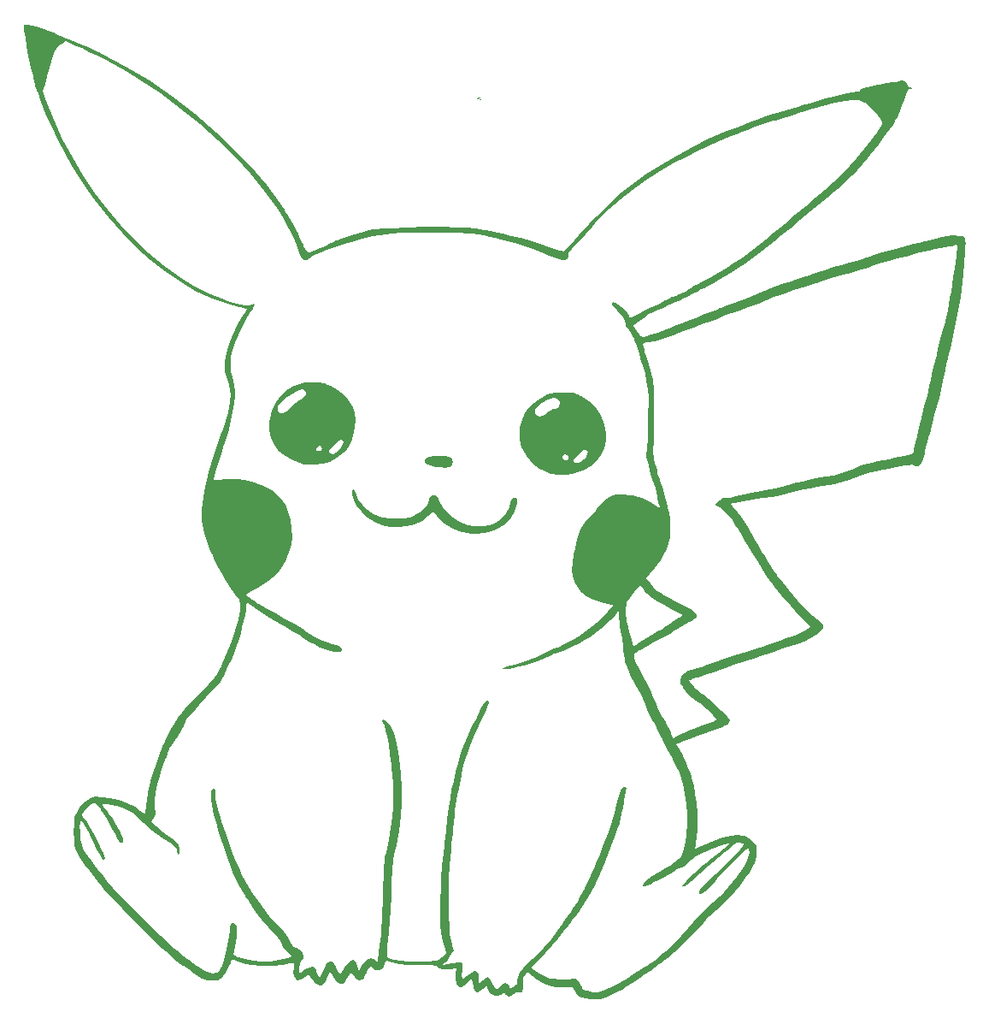
<source format=gbr>
%TF.GenerationSoftware,KiCad,Pcbnew,9.0.2*%
%TF.CreationDate,2025-05-23T21:21:04+05:30*%
%TF.ProjectId,transisted-v2,7472616e-7369-4737-9465-642d76322e6b,rev?*%
%TF.SameCoordinates,Original*%
%TF.FileFunction,Legend,Top*%
%TF.FilePolarity,Positive*%
%FSLAX46Y46*%
G04 Gerber Fmt 4.6, Leading zero omitted, Abs format (unit mm)*
G04 Created by KiCad (PCBNEW 9.0.2) date 2025-05-23 21:21:04*
%MOMM*%
%LPD*%
G01*
G04 APERTURE LIST*
%ADD10C,0.150000*%
%ADD11C,0.000000*%
%ADD12C,0.120000*%
G04 APERTURE END LIST*
D10*
X128931905Y-85744819D02*
X128931905Y-84744819D01*
X128931905Y-84744819D02*
X129170000Y-84744819D01*
X129170000Y-84744819D02*
X129312857Y-84792438D01*
X129312857Y-84792438D02*
X129408095Y-84887676D01*
X129408095Y-84887676D02*
X129455714Y-84982914D01*
X129455714Y-84982914D02*
X129503333Y-85173390D01*
X129503333Y-85173390D02*
X129503333Y-85316247D01*
X129503333Y-85316247D02*
X129455714Y-85506723D01*
X129455714Y-85506723D02*
X129408095Y-85601961D01*
X129408095Y-85601961D02*
X129312857Y-85697200D01*
X129312857Y-85697200D02*
X129170000Y-85744819D01*
X129170000Y-85744819D02*
X128931905Y-85744819D01*
X130455714Y-85744819D02*
X129884286Y-85744819D01*
X130170000Y-85744819D02*
X130170000Y-84744819D01*
X130170000Y-84744819D02*
X130074762Y-84887676D01*
X130074762Y-84887676D02*
X129979524Y-84982914D01*
X129979524Y-84982914D02*
X129884286Y-85030533D01*
X165391905Y-87504819D02*
X165391905Y-86504819D01*
X165391905Y-86504819D02*
X165630000Y-86504819D01*
X165630000Y-86504819D02*
X165772857Y-86552438D01*
X165772857Y-86552438D02*
X165868095Y-86647676D01*
X165868095Y-86647676D02*
X165915714Y-86742914D01*
X165915714Y-86742914D02*
X165963333Y-86933390D01*
X165963333Y-86933390D02*
X165963333Y-87076247D01*
X165963333Y-87076247D02*
X165915714Y-87266723D01*
X165915714Y-87266723D02*
X165868095Y-87361961D01*
X165868095Y-87361961D02*
X165772857Y-87457200D01*
X165772857Y-87457200D02*
X165630000Y-87504819D01*
X165630000Y-87504819D02*
X165391905Y-87504819D01*
X166344286Y-86600057D02*
X166391905Y-86552438D01*
X166391905Y-86552438D02*
X166487143Y-86504819D01*
X166487143Y-86504819D02*
X166725238Y-86504819D01*
X166725238Y-86504819D02*
X166820476Y-86552438D01*
X166820476Y-86552438D02*
X166868095Y-86600057D01*
X166868095Y-86600057D02*
X166915714Y-86695295D01*
X166915714Y-86695295D02*
X166915714Y-86790533D01*
X166915714Y-86790533D02*
X166868095Y-86933390D01*
X166868095Y-86933390D02*
X166296667Y-87504819D01*
X166296667Y-87504819D02*
X166915714Y-87504819D01*
D11*
%TO.C,G\u002A\u002A\u002A*%
G36*
X153038864Y-46712907D02*
G01*
X152993829Y-46757943D01*
X152948794Y-46712907D01*
X152993829Y-46667872D01*
X153038864Y-46712907D01*
G37*
G36*
X153012851Y-46503330D02*
G01*
X152980494Y-46556311D01*
X152948794Y-46577801D01*
X152762403Y-46661612D01*
X152681368Y-46607964D01*
X152678581Y-46577801D01*
X152754866Y-46508036D01*
X152881240Y-46489109D01*
X153012851Y-46503330D01*
G37*
G36*
X149525198Y-81994820D02*
G01*
X149883872Y-82058294D01*
X150108996Y-82176769D01*
X150222182Y-82360417D01*
X150246666Y-82557533D01*
X150213208Y-82808670D01*
X150100110Y-82983953D01*
X149888283Y-83088812D01*
X149558637Y-83128676D01*
X149092084Y-83108973D01*
X148535318Y-83044245D01*
X148050586Y-82955799D01*
X147726170Y-82841430D01*
X147543135Y-82693103D01*
X147498953Y-82604437D01*
X147483549Y-82374381D01*
X147607627Y-82200177D01*
X147879836Y-82078232D01*
X148308829Y-82004952D01*
X148903255Y-81976745D01*
X149011360Y-81976175D01*
X149525198Y-81994820D01*
G37*
G36*
X140522130Y-85378069D02*
G01*
X140638245Y-85665068D01*
X140682639Y-85811671D01*
X140916383Y-86329689D01*
X141305642Y-86832200D01*
X141825962Y-87295870D01*
X142452887Y-87697370D01*
X142870429Y-87898888D01*
X143119494Y-87999907D01*
X143340066Y-88068908D01*
X143576040Y-88111926D01*
X143871310Y-88134998D01*
X144269770Y-88144159D01*
X144664163Y-88145531D01*
X145157860Y-88143927D01*
X145514253Y-88134472D01*
X145776173Y-88110206D01*
X145986456Y-88064167D01*
X146187935Y-87989393D01*
X146423444Y-87878922D01*
X146482228Y-87850047D01*
X146988984Y-87545377D01*
X147417033Y-87180357D01*
X147736765Y-86786494D01*
X147918571Y-86395300D01*
X147939366Y-86299355D01*
X148026658Y-86006877D01*
X148183438Y-85870422D01*
X148432671Y-85871986D01*
X148472598Y-85881271D01*
X148636465Y-85987907D01*
X148812597Y-86238931D01*
X148945269Y-86498502D01*
X149272132Y-87039903D01*
X149724448Y-87576650D01*
X150253113Y-88059578D01*
X150809024Y-88439526D01*
X150967233Y-88522896D01*
X151725205Y-88813018D01*
X152480177Y-88952691D01*
X153212310Y-88949451D01*
X153901766Y-88810830D01*
X154528706Y-88544362D01*
X155073290Y-88157580D01*
X155515681Y-87658020D01*
X155836039Y-87053213D01*
X155965544Y-86624818D01*
X156039637Y-86348354D01*
X156123010Y-86203901D01*
X156247982Y-86144810D01*
X156304163Y-86136055D01*
X156537236Y-86167160D01*
X156654855Y-86331319D01*
X156657959Y-86631208D01*
X156586977Y-86942449D01*
X156282980Y-87680339D01*
X155834888Y-88312376D01*
X155247492Y-88834121D01*
X154525583Y-89241133D01*
X153845656Y-89483619D01*
X153278299Y-89603456D01*
X152667795Y-89667314D01*
X152091810Y-89669655D01*
X151756003Y-89632665D01*
X150902190Y-89415318D01*
X150115293Y-89086297D01*
X149426107Y-88662577D01*
X148865423Y-88161130D01*
X148679807Y-87936972D01*
X148328905Y-87468715D01*
X147869168Y-87902909D01*
X147219166Y-88398545D01*
X146488754Y-88751577D01*
X145702750Y-88965501D01*
X144885971Y-89043817D01*
X144063236Y-88990022D01*
X143259362Y-88807615D01*
X142499166Y-88500093D01*
X141807468Y-88070955D01*
X141209084Y-87523699D01*
X140750823Y-86899563D01*
X140553781Y-86512577D01*
X140403113Y-86113919D01*
X140311315Y-85749079D01*
X140290883Y-85463543D01*
X140322560Y-85340631D01*
X140417040Y-85270104D01*
X140522130Y-85378069D01*
G37*
G36*
X161620459Y-75717291D02*
G01*
X161958679Y-75727896D01*
X162211801Y-75756503D01*
X162427349Y-75812058D01*
X162652845Y-75903505D01*
X162935810Y-76039789D01*
X162975604Y-76059443D01*
X163743421Y-76528864D01*
X164370712Y-77107901D01*
X164853836Y-77792988D01*
X164965487Y-78008966D01*
X165284430Y-78846466D01*
X165438521Y-79666876D01*
X165432599Y-80454709D01*
X165271500Y-81194478D01*
X164960063Y-81870696D01*
X164503126Y-82467875D01*
X163905527Y-82970528D01*
X163311958Y-83302205D01*
X162411314Y-83649411D01*
X161574763Y-83835899D01*
X160787941Y-83863111D01*
X160036482Y-83732488D01*
X159794184Y-83655124D01*
X159241264Y-83441894D01*
X158813667Y-83231150D01*
X158459860Y-82991123D01*
X158128312Y-82690043D01*
X157985422Y-82540035D01*
X157912763Y-82446298D01*
X162226099Y-82446298D01*
X162293436Y-82628399D01*
X162477639Y-82697014D01*
X162751995Y-82647451D01*
X162928621Y-82569692D01*
X163251496Y-82339458D01*
X163507127Y-82042785D01*
X163619287Y-81813727D01*
X163620153Y-81583033D01*
X163505331Y-81405730D01*
X163339024Y-81345177D01*
X163209373Y-81407695D01*
X163004729Y-81568891D01*
X162765052Y-81789226D01*
X162530305Y-82029165D01*
X162340448Y-82249169D01*
X162235444Y-82409700D01*
X162226099Y-82446298D01*
X157912763Y-82446298D01*
X157551313Y-81979995D01*
X161098840Y-81979995D01*
X161099688Y-82193521D01*
X161214285Y-82350009D01*
X161388879Y-82422269D01*
X161569714Y-82383107D01*
X161673560Y-82270730D01*
X161710123Y-82055676D01*
X161605085Y-81877843D01*
X161395672Y-81796154D01*
X161373325Y-81795531D01*
X161168837Y-81866638D01*
X161098840Y-81979995D01*
X157551313Y-81979995D01*
X157444229Y-81841847D01*
X157078765Y-81106971D01*
X156887410Y-80330333D01*
X156868547Y-79506858D01*
X156908841Y-79163835D01*
X157117277Y-78341221D01*
X157473812Y-77616548D01*
X157543132Y-77530436D01*
X158379899Y-77530436D01*
X158433756Y-77792306D01*
X158626167Y-77982882D01*
X158643822Y-77991819D01*
X158809923Y-78062085D01*
X158950929Y-78077645D01*
X159110844Y-78025140D01*
X159333675Y-77891211D01*
X159614042Y-77697304D01*
X159909277Y-77503444D01*
X160165564Y-77360093D01*
X160334709Y-77293716D01*
X160352198Y-77291985D01*
X160593384Y-77220829D01*
X160762315Y-77041276D01*
X160847680Y-76804195D01*
X160838167Y-76560458D01*
X160722464Y-76360934D01*
X160577971Y-76276674D01*
X160281168Y-76255831D01*
X159900564Y-76337246D01*
X159483029Y-76499172D01*
X159075430Y-76719863D01*
X158724635Y-76977572D01*
X158477513Y-77250553D01*
X158476844Y-77251571D01*
X158379899Y-77530436D01*
X157543132Y-77530436D01*
X157981610Y-76985740D01*
X158643836Y-76444720D01*
X159320646Y-76057215D01*
X159615265Y-75915826D01*
X159846714Y-75820103D01*
X160062696Y-75761140D01*
X160310915Y-75730030D01*
X160639073Y-75717868D01*
X161094874Y-75715747D01*
X161149619Y-75715744D01*
X161620459Y-75717291D01*
G37*
G36*
X136842647Y-74726568D02*
G01*
X137181484Y-74737318D01*
X137435584Y-74766119D01*
X137652651Y-74821879D01*
X137880387Y-74913503D01*
X138166496Y-75049897D01*
X138200345Y-75066435D01*
X138837854Y-75438226D01*
X139411671Y-75888854D01*
X139886156Y-76385149D01*
X140225668Y-76893942D01*
X140275983Y-76998160D01*
X140523916Y-77703524D01*
X140627748Y-78413610D01*
X140587478Y-79158448D01*
X140403103Y-79968070D01*
X140275670Y-80354397D01*
X140128034Y-80726262D01*
X139964784Y-81022623D01*
X139743842Y-81307758D01*
X139443619Y-81625332D01*
X138810834Y-82163020D01*
X138130508Y-82538399D01*
X137375593Y-82763088D01*
X136600921Y-82846393D01*
X136025284Y-82842515D01*
X135540038Y-82791912D01*
X135338032Y-82747495D01*
X134420325Y-82419849D01*
X133648361Y-81996180D01*
X133123795Y-81562494D01*
X138001992Y-81562494D01*
X138059208Y-81707435D01*
X138109609Y-81735879D01*
X138420490Y-81788512D01*
X138713813Y-81676700D01*
X138946496Y-81469930D01*
X139205129Y-81140231D01*
X139364562Y-80837554D01*
X139419130Y-80588174D01*
X139363168Y-80418369D01*
X139191009Y-80354416D01*
X139187012Y-80354397D01*
X139008374Y-80416388D01*
X138827743Y-80557056D01*
X138644191Y-80746063D01*
X138409052Y-80983015D01*
X138316567Y-81074964D01*
X138089676Y-81345611D01*
X138001992Y-81562494D01*
X133123795Y-81562494D01*
X133025636Y-81481341D01*
X132940117Y-81371956D01*
X136698376Y-81371956D01*
X136704456Y-81392819D01*
X136827469Y-81500110D01*
X137025982Y-81516480D01*
X137220195Y-81442294D01*
X137276453Y-81390212D01*
X137343176Y-81246050D01*
X137276453Y-81119999D01*
X137126510Y-81005713D01*
X137046681Y-80984893D01*
X136872618Y-81051822D01*
X136736447Y-81204765D01*
X136698376Y-81371956D01*
X132940117Y-81371956D01*
X132555644Y-80880187D01*
X132241879Y-80197570D01*
X132087836Y-79438344D01*
X132097009Y-78607362D01*
X132138788Y-78304244D01*
X132371915Y-77433004D01*
X132418857Y-77338248D01*
X132887493Y-77338248D01*
X132960096Y-77577704D01*
X133144570Y-77713759D01*
X133412279Y-77725703D01*
X133734585Y-77592826D01*
X133744338Y-77586679D01*
X133941043Y-77437657D01*
X134197045Y-77213112D01*
X134394184Y-77023736D01*
X134694680Y-76753464D01*
X135030341Y-76497504D01*
X135224661Y-76372594D01*
X135513210Y-76154162D01*
X135683934Y-75917352D01*
X135733698Y-75693803D01*
X135659364Y-75515155D01*
X135457797Y-75413050D01*
X135321017Y-75400496D01*
X135053461Y-75459326D01*
X134697675Y-75617695D01*
X134293466Y-75848418D01*
X133880637Y-76124309D01*
X133498993Y-76418185D01*
X133188338Y-76702861D01*
X132988476Y-76951153D01*
X132955397Y-77016103D01*
X132887493Y-77338248D01*
X132418857Y-77338248D01*
X132757964Y-76653739D01*
X133289349Y-75976648D01*
X133958484Y-75411932D01*
X134545387Y-75068663D01*
X134838371Y-74926438D01*
X135068221Y-74830117D01*
X135282460Y-74770754D01*
X135528610Y-74739405D01*
X135854194Y-74727124D01*
X136306734Y-74724967D01*
X136371372Y-74724964D01*
X136842647Y-74726568D01*
G37*
G36*
X108190175Y-39311385D02*
G01*
X108579408Y-39390997D01*
X109039213Y-39508331D01*
X109528824Y-39650823D01*
X110007475Y-39805913D01*
X110434400Y-39961038D01*
X110768832Y-40103636D01*
X110970006Y-40221145D01*
X110975744Y-40226056D01*
X111153151Y-40330987D01*
X111403241Y-40426409D01*
X111426099Y-40432995D01*
X111781339Y-40548531D01*
X112264688Y-40729381D01*
X112842595Y-40961373D01*
X113481510Y-41230337D01*
X114147886Y-41522100D01*
X114808171Y-41822492D01*
X115428818Y-42117341D01*
X115524325Y-42164101D01*
X117889772Y-43419880D01*
X120224608Y-44842250D01*
X122510483Y-46418078D01*
X124729047Y-48134233D01*
X126861949Y-49977580D01*
X128169130Y-51213651D01*
X129528266Y-52587379D01*
X130736875Y-53900337D01*
X131807738Y-55167784D01*
X132753639Y-56404979D01*
X133587363Y-57627180D01*
X133727494Y-57848339D01*
X133929101Y-58183686D01*
X134164467Y-58596526D01*
X134418356Y-59057646D01*
X134675530Y-59537829D01*
X134920754Y-60007863D01*
X135138789Y-60438531D01*
X135314400Y-60800620D01*
X135432349Y-61064915D01*
X135477399Y-61202201D01*
X135477458Y-61203659D01*
X135532584Y-61330858D01*
X135667608Y-61527548D01*
X135725153Y-61599518D01*
X135970425Y-61894640D01*
X137108356Y-61403683D01*
X137577087Y-61198679D01*
X138033356Y-60994259D01*
X138427604Y-60812927D01*
X138710270Y-60677192D01*
X138729633Y-60667428D01*
X139021088Y-60540558D01*
X139446991Y-60382548D01*
X139967118Y-60206316D01*
X140541244Y-60024784D01*
X141129148Y-59850869D01*
X141690605Y-59697492D01*
X141960141Y-59629807D01*
X142288974Y-59572327D01*
X142717321Y-59527170D01*
X143164608Y-59502326D01*
X143266169Y-59500269D01*
X143601713Y-59491667D01*
X144076654Y-59473208D01*
X144650630Y-59446785D01*
X145283280Y-59414291D01*
X145934243Y-59377618D01*
X146126760Y-59366104D01*
X147172325Y-59320158D01*
X148279545Y-59303005D01*
X149410037Y-59313271D01*
X150525417Y-59349583D01*
X151587302Y-59410568D01*
X152557309Y-59494853D01*
X153397054Y-59601064D01*
X153596461Y-59633321D01*
X154327229Y-59774151D01*
X155168420Y-59962580D01*
X156071952Y-60185769D01*
X156989743Y-60430881D01*
X157873713Y-60685079D01*
X158675781Y-60935523D01*
X159343829Y-61167867D01*
X159812877Y-61337558D01*
X160252978Y-61486480D01*
X160621718Y-61600986D01*
X160876682Y-61667427D01*
X160921127Y-61675444D01*
X161282468Y-61728318D01*
X162317227Y-60604458D01*
X162751905Y-60131767D01*
X163256972Y-59581604D01*
X163781417Y-59009587D01*
X164274228Y-58471337D01*
X164477872Y-58248624D01*
X165493657Y-57220739D01*
X166664369Y-56183357D01*
X167966457Y-55151435D01*
X169376373Y-54139932D01*
X170870569Y-53163806D01*
X172425496Y-52238016D01*
X174017605Y-51377521D01*
X175623349Y-50597278D01*
X177219178Y-49912247D01*
X178172969Y-49549231D01*
X178683648Y-49358372D01*
X179267384Y-49130312D01*
X179832679Y-48901149D01*
X180095072Y-48790927D01*
X180603436Y-48590735D01*
X181172779Y-48393082D01*
X181716206Y-48227127D01*
X181982244Y-48157611D01*
X182414008Y-48044756D01*
X182952726Y-47889128D01*
X183536049Y-47709490D01*
X184101624Y-47524603D01*
X184219365Y-47484438D01*
X184851208Y-47277888D01*
X185575548Y-47059284D01*
X186355302Y-46838252D01*
X187153387Y-46624421D01*
X187932720Y-46427418D01*
X188656218Y-46256871D01*
X189286799Y-46122408D01*
X189787380Y-46033656D01*
X189832147Y-46027205D01*
X190261143Y-45954302D01*
X190514930Y-45879626D01*
X190598439Y-45801724D01*
X190598439Y-45801718D01*
X190627547Y-45706621D01*
X190730722Y-45623861D01*
X190931739Y-45545001D01*
X191254373Y-45461604D01*
X191722398Y-45365236D01*
X191949503Y-45322308D01*
X192411008Y-45235965D01*
X192854073Y-45152199D01*
X193221682Y-45081834D01*
X193420027Y-45043083D01*
X193751680Y-44989876D01*
X194066722Y-44959360D01*
X194157796Y-44956524D01*
X194379711Y-44932136D01*
X194511863Y-44872787D01*
X194516524Y-44866453D01*
X194659059Y-44777482D01*
X194859937Y-44804458D01*
X195068501Y-44919906D01*
X195234093Y-45096352D01*
X195305377Y-45294290D01*
X195372078Y-45457403D01*
X195526472Y-45496950D01*
X195686343Y-45530376D01*
X195732482Y-45587021D01*
X195655600Y-45655438D01*
X195513695Y-45677092D01*
X195383459Y-45699878D01*
X195290670Y-45795045D01*
X195207139Y-46002807D01*
X195150640Y-46194999D01*
X194985556Y-46723518D01*
X194774274Y-47306547D01*
X194539168Y-47889076D01*
X194302613Y-48416099D01*
X194086986Y-48832608D01*
X194057136Y-48883304D01*
X193859644Y-49188065D01*
X193572410Y-49600640D01*
X193219357Y-50089089D01*
X192824411Y-50621475D01*
X192411495Y-51165857D01*
X192004534Y-51690297D01*
X191627454Y-52162857D01*
X191346317Y-52502217D01*
X190809567Y-53123938D01*
X190297964Y-53691841D01*
X189789938Y-54226086D01*
X189263919Y-54746834D01*
X188698334Y-55274244D01*
X188071614Y-55828477D01*
X187362186Y-56429694D01*
X186548480Y-57098054D01*
X185687377Y-57791057D01*
X185182541Y-58197594D01*
X184650169Y-58631625D01*
X184136021Y-59055493D01*
X183685855Y-59431540D01*
X183435604Y-59644185D01*
X182817050Y-60162997D01*
X182110626Y-60734805D01*
X181360264Y-61325498D01*
X180609900Y-61900966D01*
X179903466Y-62427098D01*
X179284895Y-62869783D01*
X179249503Y-62894353D01*
X178826354Y-63178626D01*
X178319527Y-63505098D01*
X177760378Y-63854936D01*
X177180265Y-64209307D01*
X176610544Y-64549377D01*
X176082571Y-64856315D01*
X175627705Y-65111286D01*
X175277300Y-65295456D01*
X175156203Y-65352832D01*
X174874232Y-65488979D01*
X174499151Y-65684492D01*
X174092740Y-65906749D01*
X173898270Y-66017036D01*
X173500308Y-66234388D01*
X173102251Y-66432430D01*
X172765415Y-66581415D01*
X172637277Y-66628818D01*
X172327722Y-66744452D01*
X171937296Y-66909846D01*
X171544834Y-67091427D01*
X171503403Y-67111696D01*
X171076100Y-67312956D01*
X170580673Y-67532739D01*
X170117748Y-67726521D01*
X170077608Y-67742561D01*
X169648064Y-67930082D01*
X169379201Y-68089468D01*
X169255486Y-68230009D01*
X169253231Y-68235647D01*
X169138349Y-68376230D01*
X168909666Y-68554025D01*
X168628743Y-68723925D01*
X168304485Y-68916775D01*
X168152262Y-69058071D01*
X168147091Y-69125390D01*
X168472704Y-69620241D01*
X168725047Y-69963135D01*
X168911646Y-70163120D01*
X169040029Y-70229243D01*
X169062832Y-70226255D01*
X169201716Y-70184335D01*
X169473900Y-70102288D01*
X169840191Y-69991924D01*
X170261397Y-69865056D01*
X170265293Y-69863883D01*
X170793397Y-69692768D01*
X171368065Y-69487164D01*
X171906400Y-69277557D01*
X172201818Y-69151704D01*
X172608447Y-68976798D01*
X173127598Y-68764233D01*
X173702115Y-68536856D01*
X174274845Y-68317518D01*
X174475744Y-68242647D01*
X175046574Y-68028970D01*
X175653666Y-67796985D01*
X176235241Y-67570589D01*
X176729520Y-67373679D01*
X176862623Y-67319374D01*
X177391845Y-67108264D01*
X177994192Y-66878167D01*
X178575848Y-66664555D01*
X178849794Y-66568034D01*
X179343804Y-66386977D01*
X179922785Y-66158435D01*
X180509653Y-65913586D01*
X180962282Y-65713570D01*
X181493081Y-65482823D01*
X182082075Y-65246218D01*
X182652632Y-65033592D01*
X183073338Y-64891657D01*
X183488357Y-64759657D01*
X184024338Y-64585954D01*
X184631681Y-64386798D01*
X185260782Y-64178444D01*
X185779645Y-64004882D01*
X186409804Y-63798287D01*
X187082461Y-63586847D01*
X187741471Y-63387610D01*
X188330690Y-63217625D01*
X188707553Y-63115835D01*
X189271712Y-62961021D01*
X189925978Y-62766688D01*
X190591911Y-62556896D01*
X191191070Y-62355709D01*
X191229538Y-62342198D01*
X191789984Y-62154561D01*
X192457159Y-61946670D01*
X193162334Y-61739071D01*
X193836777Y-61552311D01*
X194111205Y-61480729D01*
X194711180Y-61326957D01*
X195337485Y-61164704D01*
X195933942Y-61008636D01*
X196444374Y-60873421D01*
X196678226Y-60810505D01*
X197407622Y-60620740D01*
X198095866Y-60457233D01*
X198719674Y-60324373D01*
X199255763Y-60226548D01*
X199680847Y-60168147D01*
X199971643Y-60153559D01*
X200077833Y-60169732D01*
X200338050Y-60216665D01*
X200519101Y-60206706D01*
X200788395Y-60238672D01*
X200910444Y-60325368D01*
X200974165Y-60404872D01*
X201016101Y-60513358D01*
X201038483Y-60681855D01*
X201043540Y-60941388D01*
X201033502Y-61322987D01*
X201014467Y-61773067D01*
X200847685Y-64001727D01*
X200544892Y-66344961D01*
X200106565Y-68799775D01*
X199533179Y-71363172D01*
X199414168Y-71841810D01*
X199301734Y-72301777D01*
X199165502Y-72881613D01*
X199018439Y-73524841D01*
X198873510Y-74174979D01*
X198783487Y-74588973D01*
X198418047Y-76200467D01*
X197989033Y-77925715D01*
X197490737Y-79787511D01*
X197395943Y-80129219D01*
X197265622Y-80616463D01*
X197143384Y-81108544D01*
X197044253Y-81542983D01*
X196989673Y-81818589D01*
X196869336Y-82308702D01*
X196704209Y-82685257D01*
X196507813Y-82932833D01*
X196293670Y-83036010D01*
X196075300Y-82979368D01*
X196013845Y-82931509D01*
X195935460Y-82876522D01*
X195829162Y-82848663D01*
X195662994Y-82849741D01*
X195405000Y-82881568D01*
X195023223Y-82945955D01*
X194692001Y-83006411D01*
X194126776Y-83110482D01*
X193503593Y-83224470D01*
X192906790Y-83332983D01*
X192510728Y-83404483D01*
X191340853Y-83691753D01*
X190394062Y-84028622D01*
X189763157Y-84272342D01*
X189203591Y-84463949D01*
X188661433Y-84617652D01*
X188082750Y-84747657D01*
X187413610Y-84868174D01*
X186902262Y-84948507D01*
X186320753Y-85046456D01*
X185667477Y-85172416D01*
X185034447Y-85307954D01*
X184641431Y-85401480D01*
X183616643Y-85649873D01*
X182699931Y-85848136D01*
X181830324Y-86008377D01*
X180946848Y-86142704D01*
X180825744Y-86159170D01*
X180421655Y-86217407D01*
X179958429Y-86290504D01*
X179469867Y-86372359D01*
X178989770Y-86456874D01*
X178551939Y-86537948D01*
X178190177Y-86609483D01*
X177938284Y-86665377D01*
X177830062Y-86699531D01*
X177829716Y-86699837D01*
X177873377Y-86774028D01*
X178009742Y-86960136D01*
X178217807Y-87230357D01*
X178476571Y-87556886D01*
X178485685Y-87568242D01*
X178822100Y-88018880D01*
X179171425Y-88539094D01*
X179482292Y-89050222D01*
X179627004Y-89315949D01*
X179883057Y-89791883D01*
X180181683Y-90310799D01*
X180474561Y-90789905D01*
X180599808Y-90982765D01*
X180884319Y-91425469D01*
X181190277Y-91927755D01*
X181463255Y-92399630D01*
X181530375Y-92521430D01*
X181775910Y-92937648D01*
X182060233Y-93365042D01*
X182332537Y-93728510D01*
X182406108Y-93815939D01*
X182648054Y-94103537D01*
X182954264Y-94483584D01*
X183282632Y-94903146D01*
X183546452Y-95249615D01*
X183960791Y-95768429D01*
X184442088Y-96316237D01*
X184956966Y-96859313D01*
X185472050Y-97363931D01*
X185953963Y-97796365D01*
X186369328Y-98122890D01*
X186434440Y-98167808D01*
X186793102Y-98461083D01*
X186972390Y-98741525D01*
X186972278Y-99013192D01*
X186792740Y-99280144D01*
X186433749Y-99546438D01*
X186425562Y-99551298D01*
X186065034Y-99767586D01*
X185673915Y-100006613D01*
X185498214Y-100115697D01*
X185218887Y-100260282D01*
X184822932Y-100426321D01*
X184368315Y-100590906D01*
X184012043Y-100703023D01*
X183498613Y-100861469D01*
X182899806Y-101059962D01*
X182297184Y-101270851D01*
X181861560Y-101432042D01*
X181314703Y-101630701D01*
X180703812Y-101835971D01*
X180110917Y-102021066D01*
X179699857Y-102137901D01*
X179234681Y-102273678D01*
X178665342Y-102458348D01*
X178053688Y-102670862D01*
X177461565Y-102890168D01*
X177267942Y-102965600D01*
X176693001Y-103183668D01*
X176072075Y-103403486D01*
X175468618Y-103603537D01*
X174946084Y-103762306D01*
X174798208Y-103803040D01*
X174383841Y-103920629D01*
X174037712Y-104033185D01*
X173794755Y-104128327D01*
X173689904Y-104193676D01*
X173688834Y-104196171D01*
X173728004Y-104329887D01*
X173882067Y-104542069D01*
X174122022Y-104802807D01*
X174418864Y-105082195D01*
X174743590Y-105350323D01*
X174960564Y-105507589D01*
X175242953Y-105720295D01*
X175614131Y-106029535D01*
X176037812Y-106402208D01*
X176477705Y-106805208D01*
X176897521Y-107205433D01*
X177260973Y-107569779D01*
X177481627Y-107807354D01*
X177642442Y-108011193D01*
X177690623Y-108159134D01*
X177646896Y-108316387D01*
X177644837Y-108320930D01*
X177565702Y-108447986D01*
X177436143Y-108566622D01*
X177233502Y-108687816D01*
X176935123Y-108822543D01*
X176518348Y-108981782D01*
X175960520Y-109176507D01*
X175691708Y-109267165D01*
X175127393Y-109463065D01*
X174514197Y-109687154D01*
X173924819Y-109912258D01*
X173431958Y-110111200D01*
X173417318Y-110117368D01*
X172403927Y-110545122D01*
X172582255Y-110795560D01*
X172739669Y-111054402D01*
X172940391Y-111438984D01*
X173165052Y-111906164D01*
X173394281Y-112412797D01*
X173608708Y-112915738D01*
X173788964Y-113371842D01*
X173915679Y-113737966D01*
X173938186Y-113815744D01*
X174121535Y-114600580D01*
X174272094Y-115465318D01*
X174387468Y-116373462D01*
X174465266Y-117288516D01*
X174503093Y-118173983D01*
X174498557Y-118993366D01*
X174449266Y-119710169D01*
X174360450Y-120255815D01*
X174294022Y-120553626D01*
X174250717Y-120770296D01*
X174239917Y-120858601D01*
X174322056Y-120829790D01*
X174531718Y-120738300D01*
X174834142Y-120599643D01*
X175087117Y-120480589D01*
X176068115Y-120053485D01*
X176962764Y-119743846D01*
X177762168Y-119553326D01*
X178457433Y-119483578D01*
X179039667Y-119536254D01*
X179429645Y-119673581D01*
X179619356Y-119804506D01*
X179862439Y-120013740D01*
X180015106Y-120162899D01*
X180202031Y-120364456D01*
X180309410Y-120527027D01*
X180358933Y-120712633D01*
X180372294Y-120983291D01*
X180372124Y-121183620D01*
X180351852Y-121571488D01*
X180285269Y-121927733D01*
X180157442Y-122289910D01*
X179953435Y-122695570D01*
X179658315Y-123182269D01*
X179451573Y-123498368D01*
X179109818Y-123977099D01*
X178690876Y-124509535D01*
X178223806Y-125063435D01*
X177737662Y-125606559D01*
X177261501Y-126106666D01*
X176824378Y-126531513D01*
X176455350Y-126848861D01*
X176382871Y-126903466D01*
X176027090Y-127188306D01*
X175669243Y-127517064D01*
X175384567Y-127820439D01*
X175375610Y-127831255D01*
X175067445Y-128190895D01*
X174682649Y-128617179D01*
X174248258Y-129082366D01*
X173791309Y-129558719D01*
X173338839Y-130018498D01*
X172917887Y-130433963D01*
X172555487Y-130777376D01*
X172278679Y-131020996D01*
X172224380Y-131064326D01*
X171893827Y-131325416D01*
X171503984Y-131641810D01*
X171131800Y-131950954D01*
X171083580Y-131991708D01*
X170714359Y-132288132D01*
X170270532Y-132620368D01*
X169830984Y-132929932D01*
X169701985Y-133016051D01*
X169291637Y-133286390D01*
X168804802Y-133608818D01*
X168314489Y-133934916D01*
X168035673Y-134121115D01*
X167471722Y-134493661D01*
X167016018Y-134781511D01*
X166631136Y-135005943D01*
X166279649Y-135188234D01*
X165924130Y-135349662D01*
X165738864Y-135426879D01*
X165211652Y-135622489D01*
X164775439Y-135745204D01*
X164458325Y-135787614D01*
X164387801Y-135783185D01*
X163886734Y-135707521D01*
X163433157Y-135628981D01*
X163064143Y-135554745D01*
X162816767Y-135491993D01*
X162746832Y-135465419D01*
X162613250Y-135343501D01*
X162445326Y-135123078D01*
X162355472Y-134980754D01*
X162118910Y-134577092D01*
X161290719Y-134577092D01*
X160484867Y-134536616D01*
X159795443Y-134404259D01*
X159175314Y-134163628D01*
X158577346Y-133798330D01*
X158195150Y-133500450D01*
X157647771Y-133043070D01*
X157459984Y-133281802D01*
X157329312Y-133473693D01*
X157267283Y-133615091D01*
X157266698Y-133620976D01*
X157259347Y-133757420D01*
X157245477Y-134016461D01*
X157228934Y-134326232D01*
X157200272Y-134715165D01*
X157152742Y-134954454D01*
X157068182Y-135074595D01*
X156928431Y-135106087D01*
X156774364Y-135089533D01*
X156520747Y-135088919D01*
X156321580Y-135212261D01*
X156274725Y-135259748D01*
X156013653Y-135442221D01*
X155752164Y-135449608D01*
X155511567Y-135282203D01*
X155483904Y-135248851D01*
X155347898Y-135104673D01*
X155261896Y-135102833D01*
X155229671Y-135144249D01*
X155011482Y-135344056D01*
X154679756Y-135406850D01*
X154455694Y-135383285D01*
X154081639Y-135234378D01*
X153824292Y-134949498D01*
X153710626Y-134644645D01*
X153653717Y-134465700D01*
X153601047Y-134396950D01*
X153513698Y-134457639D01*
X153353159Y-134611713D01*
X153258289Y-134712198D01*
X152986033Y-134938503D01*
X152727583Y-135027142D01*
X152514183Y-134972900D01*
X152411689Y-134853510D01*
X152344829Y-134664686D01*
X152278893Y-134378843D01*
X152250896Y-134212867D01*
X152183191Y-133746159D01*
X151666463Y-134171686D01*
X151371710Y-134400334D01*
X151163841Y-134520686D01*
X151003126Y-134552586D01*
X150926605Y-134541211D01*
X150737471Y-134405653D01*
X150606045Y-134127338D01*
X150540916Y-133736824D01*
X150550678Y-133264672D01*
X150555357Y-133220690D01*
X150612273Y-132717616D01*
X149857836Y-132757214D01*
X149321340Y-132760249D01*
X148953106Y-132704364D01*
X148753939Y-132589755D01*
X148715482Y-132479774D01*
X148667308Y-132438983D01*
X148511522Y-132408765D01*
X148231257Y-132388025D01*
X147809644Y-132375672D01*
X147229816Y-132370613D01*
X147026652Y-132370354D01*
X146398154Y-132367735D01*
X145912690Y-132357845D01*
X145533204Y-132337634D01*
X145222637Y-132304053D01*
X144943934Y-132254052D01*
X144660035Y-132184581D01*
X144612449Y-132171673D01*
X144258973Y-132073070D01*
X143962095Y-131987019D01*
X143773237Y-131928521D01*
X143746556Y-131919060D01*
X143646570Y-131925725D01*
X143580906Y-132061773D01*
X143548659Y-132223810D01*
X143421453Y-132589626D01*
X143198480Y-132821606D01*
X142911985Y-132908063D01*
X142594212Y-132837309D01*
X142341086Y-132661481D01*
X142205849Y-132560123D01*
X142087858Y-132550049D01*
X141965801Y-132649499D01*
X141818369Y-132876715D01*
X141624252Y-133249938D01*
X141602644Y-133293581D01*
X141445421Y-133594331D01*
X141324263Y-133764684D01*
X141205194Y-133840209D01*
X141064932Y-133856524D01*
X140790472Y-133767381D01*
X140509317Y-133502893D01*
X140289769Y-133179666D01*
X140230901Y-133117513D01*
X140155604Y-133143895D01*
X140041121Y-133280054D01*
X139864692Y-133547228D01*
X139820158Y-133617955D01*
X139618521Y-133925587D01*
X139469239Y-134106798D01*
X139338338Y-134193276D01*
X139191840Y-134216708D01*
X139178055Y-134216808D01*
X138979794Y-134177500D01*
X138788730Y-134043766D01*
X138580784Y-133791891D01*
X138331883Y-133398161D01*
X138311454Y-133363215D01*
X138102896Y-133005013D01*
X137878703Y-133511953D01*
X137637838Y-133978787D01*
X137400259Y-134269397D01*
X137155709Y-134387191D01*
X136893935Y-134335577D01*
X136604680Y-134117963D01*
X136473470Y-133978949D01*
X136278792Y-133739118D01*
X136145418Y-133539110D01*
X136105531Y-133438524D01*
X136090667Y-133346215D01*
X136025293Y-133332939D01*
X135878238Y-133407994D01*
X135618330Y-133580680D01*
X135610141Y-133586311D01*
X135222336Y-133799935D01*
X134915385Y-133852922D01*
X134690746Y-133746335D01*
X134549878Y-133481238D01*
X134494238Y-133058696D01*
X134499537Y-132775947D01*
X134510408Y-132465450D01*
X134505567Y-132240252D01*
X134486131Y-132145734D01*
X134484006Y-132145177D01*
X134380233Y-132160578D01*
X134136407Y-132202451D01*
X133789575Y-132264295D01*
X133400211Y-132335297D01*
X132353551Y-132468417D01*
X131323877Y-132485382D01*
X130345028Y-132389168D01*
X129450844Y-132182754D01*
X128797961Y-131930231D01*
X128380816Y-131731349D01*
X128232378Y-132202248D01*
X128045785Y-132655074D01*
X127786391Y-133103303D01*
X127493378Y-133486648D01*
X127249219Y-133714935D01*
X126973665Y-133850015D01*
X126607693Y-133896818D01*
X126528651Y-133897141D01*
X125947071Y-133844622D01*
X125428738Y-133684950D01*
X124918104Y-133396984D01*
X124607363Y-133165872D01*
X124255281Y-132897696D01*
X123887104Y-132637637D01*
X123573607Y-132435362D01*
X123529936Y-132409776D01*
X123297882Y-132251022D01*
X122960503Y-131985180D01*
X122540187Y-131632204D01*
X122059323Y-131212050D01*
X121540301Y-130744673D01*
X121005509Y-130250028D01*
X120477335Y-129748070D01*
X119978169Y-129258755D01*
X119847730Y-129127820D01*
X118970897Y-128240377D01*
X118210044Y-127465164D01*
X117552387Y-126788433D01*
X116985141Y-126196432D01*
X116495522Y-125675411D01*
X116070748Y-125211622D01*
X115698033Y-124791313D01*
X115364594Y-124400734D01*
X115057647Y-124026137D01*
X114795007Y-123693267D01*
X114262734Y-123005328D01*
X113830890Y-122435902D01*
X113488993Y-121961553D01*
X113226559Y-121558843D01*
X113033105Y-121204338D01*
X112898147Y-120874601D01*
X112811203Y-120546195D01*
X112761790Y-120195686D01*
X112739423Y-119799635D01*
X112733621Y-119334609D01*
X112733635Y-119084893D01*
X112736158Y-118588903D01*
X112746772Y-118230033D01*
X112772192Y-117965263D01*
X112819136Y-117751577D01*
X112894322Y-117545956D01*
X113004466Y-117305382D01*
X113014924Y-117283475D01*
X113399434Y-116644782D01*
X113866487Y-116161936D01*
X114412057Y-115838460D01*
X114806717Y-115715365D01*
X114997866Y-115706935D01*
X115322620Y-115726419D01*
X115737262Y-115769989D01*
X116198076Y-115833814D01*
X116247852Y-115841613D01*
X117196876Y-116040447D01*
X118022099Y-116323644D01*
X118767067Y-116708880D01*
X119313251Y-117086056D01*
X119769552Y-117435766D01*
X119883028Y-116526464D01*
X119958277Y-116013642D01*
X120061586Y-115426436D01*
X120174918Y-114864608D01*
X120218108Y-114673199D01*
X120344815Y-114187083D01*
X120520158Y-113588306D01*
X120728887Y-112922730D01*
X120955754Y-112236216D01*
X121185509Y-111574627D01*
X121402904Y-110983823D01*
X121592689Y-110509667D01*
X121634089Y-110414607D01*
X121828491Y-110007940D01*
X122079762Y-109524832D01*
X122362457Y-109010188D01*
X122651132Y-108508918D01*
X122920340Y-108065928D01*
X123144636Y-107726127D01*
X123201795Y-107647805D01*
X123414148Y-107387466D01*
X123734604Y-107021381D01*
X124143498Y-106570794D01*
X124621167Y-106056948D01*
X125147943Y-105501086D01*
X125704163Y-104924451D01*
X126048642Y-104572466D01*
X126408305Y-104197644D01*
X126674304Y-103888300D01*
X126885895Y-103588327D01*
X127082335Y-103241620D01*
X127302881Y-102792072D01*
X127320529Y-102754682D01*
X127862133Y-101538887D01*
X128328637Y-100354514D01*
X128711384Y-99227554D01*
X129001718Y-98183996D01*
X129190982Y-97249831D01*
X129219155Y-97054333D01*
X129222043Y-96618169D01*
X129094910Y-96223388D01*
X128820659Y-95823874D01*
X128721265Y-95711489D01*
X128529666Y-95471388D01*
X128277367Y-95110292D01*
X127987817Y-94666487D01*
X127684467Y-94178258D01*
X127390764Y-93683891D01*
X127130157Y-93221670D01*
X126926097Y-92829882D01*
X126835514Y-92632618D01*
X126682494Y-92278937D01*
X126483067Y-91833101D01*
X126268857Y-91365318D01*
X126153253Y-91117872D01*
X125788646Y-90212492D01*
X125546301Y-89288096D01*
X125423478Y-88316849D01*
X125417440Y-87270918D01*
X125525446Y-86122469D01*
X125608224Y-85578510D01*
X125721066Y-85007978D01*
X125884325Y-84321607D01*
X126086594Y-83557137D01*
X126316466Y-82752313D01*
X126562533Y-81944878D01*
X126813389Y-81172574D01*
X127057627Y-80473144D01*
X127283840Y-79884331D01*
X127432106Y-79543758D01*
X127509860Y-79339958D01*
X127618173Y-79004571D01*
X127743857Y-78580761D01*
X127873722Y-78111690D01*
X127900007Y-78012553D01*
X128087011Y-77230191D01*
X128197552Y-76567904D01*
X128231857Y-75982766D01*
X128190158Y-75431854D01*
X128072683Y-74872240D01*
X127919475Y-74375302D01*
X127778837Y-73948205D01*
X127693041Y-73627272D01*
X127652220Y-73350547D01*
X127646512Y-73056072D01*
X127661360Y-72754026D01*
X127748092Y-72150551D01*
X127929113Y-71444541D01*
X128188269Y-70675778D01*
X128509407Y-69884040D01*
X128876372Y-69109109D01*
X129273013Y-68390764D01*
X129683174Y-67768787D01*
X129688849Y-67761069D01*
X129817844Y-67568443D01*
X129876380Y-67445133D01*
X129874606Y-67428200D01*
X129776457Y-67395429D01*
X129545750Y-67338517D01*
X129226675Y-67268143D01*
X129122425Y-67246433D01*
X127684258Y-66866632D01*
X126222641Y-66317127D01*
X124747118Y-65605310D01*
X123267237Y-64738573D01*
X121792542Y-63724304D01*
X120332580Y-62569897D01*
X118896896Y-61282742D01*
X117495037Y-59870229D01*
X116136548Y-58339750D01*
X114830974Y-56698696D01*
X113974414Y-55517855D01*
X113250973Y-54430963D01*
X112530001Y-53251561D01*
X111828824Y-52013518D01*
X111164768Y-50750704D01*
X110555160Y-49496988D01*
X110017325Y-48286238D01*
X109568589Y-47152323D01*
X109308857Y-46397659D01*
X109200562Y-46098959D01*
X109089612Y-45857264D01*
X109089259Y-45856710D01*
X109627404Y-45856710D01*
X109973819Y-46825234D01*
X110726100Y-48741030D01*
X111596251Y-50622685D01*
X112574272Y-52459111D01*
X113650164Y-54239217D01*
X114813926Y-55951916D01*
X116055559Y-57586116D01*
X117365063Y-59130730D01*
X118732438Y-60574668D01*
X120147686Y-61906840D01*
X121600804Y-63116158D01*
X123081795Y-64191531D01*
X124580659Y-65121871D01*
X126087394Y-65896088D01*
X127592003Y-66503092D01*
X127773971Y-66564845D01*
X128561725Y-66812377D01*
X129198323Y-66980268D01*
X129693324Y-67070256D01*
X130056286Y-67084077D01*
X130296766Y-67023466D01*
X130297292Y-67023186D01*
X130516079Y-66940756D01*
X130616208Y-66983361D01*
X130596835Y-67139762D01*
X130457120Y-67398718D01*
X130338149Y-67568136D01*
X129782073Y-68418440D01*
X129261312Y-69426166D01*
X128785605Y-70570422D01*
X128387984Y-71752623D01*
X128269833Y-72355229D01*
X128244515Y-73018249D01*
X128310879Y-73663253D01*
X128422384Y-74094467D01*
X128563636Y-74555516D01*
X128650058Y-75003785D01*
X128684438Y-75484276D01*
X128669566Y-76041992D01*
X128608232Y-76721934D01*
X128593373Y-76853019D01*
X128478012Y-77626556D01*
X128307515Y-78479506D01*
X128097526Y-79347331D01*
X127863686Y-80165497D01*
X127621637Y-80869465D01*
X127616997Y-80881479D01*
X127520291Y-81150338D01*
X127385933Y-81549585D01*
X127227387Y-82036871D01*
X127058119Y-82569847D01*
X126891592Y-83106162D01*
X126741273Y-83603469D01*
X126630887Y-83982986D01*
X126577609Y-84205173D01*
X126563772Y-84338220D01*
X126568754Y-84351034D01*
X126667046Y-84355074D01*
X126905943Y-84344825D01*
X127246651Y-84322367D01*
X127548794Y-84298498D01*
X128315116Y-84255659D01*
X128977417Y-84272653D01*
X129603572Y-84355454D01*
X130261462Y-84510032D01*
X130400385Y-84549380D01*
X131447724Y-84924696D01*
X132350094Y-85401109D01*
X132800409Y-85718994D01*
X133273139Y-86196614D01*
X133667241Y-86808374D01*
X133976700Y-87523552D01*
X134195498Y-88311428D01*
X134317618Y-89141279D01*
X134337043Y-89982386D01*
X134247755Y-90804027D01*
X134043737Y-91575481D01*
X133980133Y-91742139D01*
X133739561Y-92247660D01*
X133426200Y-92782145D01*
X133074720Y-93294605D01*
X132719792Y-93734047D01*
X132430439Y-94021298D01*
X132002734Y-94352994D01*
X131497935Y-94700218D01*
X130975377Y-95025251D01*
X130494399Y-95290379D01*
X130259998Y-95400924D01*
X130008190Y-95519481D01*
X129841313Y-95617658D01*
X129800567Y-95660693D01*
X129873149Y-95785895D01*
X130067973Y-95972077D01*
X130350657Y-96191227D01*
X130686818Y-96415333D01*
X130836382Y-96504599D01*
X131100565Y-96657004D01*
X131480197Y-96876603D01*
X131934988Y-97140061D01*
X132424647Y-97424043D01*
X132727872Y-97600067D01*
X133225343Y-97886264D01*
X133719952Y-98166041D01*
X134169356Y-98415775D01*
X134531215Y-98611848D01*
X134688344Y-98693731D01*
X135087332Y-98915495D01*
X135510867Y-99180785D01*
X135814231Y-99393350D01*
X136191070Y-99643110D01*
X136663357Y-99904848D01*
X137178804Y-100154359D01*
X137685121Y-100367432D01*
X138130020Y-100519862D01*
X138369388Y-100576289D01*
X138792372Y-100681828D01*
X139088214Y-100828833D01*
X139243096Y-101003226D01*
X139243199Y-101190928D01*
X139121222Y-101342320D01*
X138908594Y-101412342D01*
X138572605Y-101393798D01*
X138140461Y-101297017D01*
X137639369Y-101132327D01*
X137096536Y-100910056D01*
X136539169Y-100640533D01*
X135994475Y-100334085D01*
X135489662Y-100001043D01*
X135384964Y-99923956D01*
X135021342Y-99669666D01*
X134578119Y-99387508D01*
X134137318Y-99129163D01*
X134033900Y-99072633D01*
X132086657Y-97956264D01*
X130791347Y-97129536D01*
X129845602Y-96501196D01*
X129820960Y-96781874D01*
X129767967Y-97190303D01*
X129674427Y-97721401D01*
X129551463Y-98325264D01*
X129410198Y-98951989D01*
X129261755Y-99551672D01*
X129117257Y-100074409D01*
X129016761Y-100389977D01*
X128816214Y-100936364D01*
X128579890Y-101532297D01*
X128322193Y-102145844D01*
X128057528Y-102745071D01*
X127800299Y-103298046D01*
X127564910Y-103772836D01*
X127365766Y-104137509D01*
X127237080Y-104335313D01*
X127011202Y-104597475D01*
X126711920Y-104901581D01*
X126430710Y-105158293D01*
X126122484Y-105450977D01*
X125781468Y-105819809D01*
X125475128Y-106191275D01*
X125439853Y-106237958D01*
X125139969Y-106618147D01*
X124779630Y-107043175D01*
X124427631Y-107432402D01*
X124363361Y-107499813D01*
X124065694Y-107829647D01*
X123861036Y-108101211D01*
X123769001Y-108287765D01*
X123765815Y-108314436D01*
X123719633Y-108491333D01*
X123599560Y-108754823D01*
X123459792Y-109000934D01*
X123249010Y-109340485D01*
X123000866Y-109741770D01*
X122789250Y-110085148D01*
X122595303Y-110386544D01*
X122419408Y-110635595D01*
X122295801Y-110784192D01*
X122284635Y-110794227D01*
X122167217Y-110951894D01*
X122144538Y-111042500D01*
X122110048Y-111182422D01*
X122018341Y-111438145D01*
X121887062Y-111761619D01*
X121842626Y-111864628D01*
X121496743Y-112731770D01*
X121204963Y-113617345D01*
X120975661Y-114485850D01*
X120817210Y-115301781D01*
X120737983Y-116029635D01*
X120738666Y-116545350D01*
X120764182Y-116906370D01*
X120785996Y-117217152D01*
X120799838Y-117416804D01*
X120800801Y-117431008D01*
X120757505Y-117628152D01*
X120634198Y-117864555D01*
X120606234Y-117904308D01*
X120398681Y-118185039D01*
X120706438Y-118502563D01*
X120903434Y-118679992D01*
X121207903Y-118923954D01*
X121577211Y-119201385D01*
X121943425Y-119461795D01*
X122423460Y-119803207D01*
X122769042Y-120078914D01*
X123001095Y-120314355D01*
X123140548Y-120534973D01*
X123208327Y-120766209D01*
X123225389Y-121020310D01*
X123197066Y-121294327D01*
X123127443Y-121407074D01*
X123039540Y-121353395D01*
X122956380Y-121128133D01*
X122946463Y-121082792D01*
X122902454Y-120910108D01*
X122833323Y-120764073D01*
X122714702Y-120622274D01*
X122522225Y-120462295D01*
X122231525Y-120261724D01*
X121818233Y-119998145D01*
X121659370Y-119898865D01*
X121038849Y-119483571D01*
X120460125Y-119030259D01*
X119862214Y-118490015D01*
X119667588Y-118301326D01*
X119074542Y-117746021D01*
X118546222Y-117319455D01*
X118046089Y-117001384D01*
X117537602Y-116771563D01*
X116984223Y-116609748D01*
X116429588Y-116507302D01*
X116053626Y-116454439D01*
X115751169Y-116417735D01*
X115561668Y-116401645D01*
X115517780Y-116404322D01*
X115557002Y-116482161D01*
X115686161Y-116665343D01*
X115880873Y-116919994D01*
X115968109Y-117029864D01*
X116206050Y-117351712D01*
X116472063Y-117752361D01*
X116747989Y-118199478D01*
X117015670Y-118660732D01*
X117256947Y-119103790D01*
X117453662Y-119496319D01*
X117587657Y-119805989D01*
X117640772Y-120000466D01*
X117640992Y-120008520D01*
X117585692Y-120216941D01*
X117450472Y-120290863D01*
X117281351Y-120209558D01*
X117255463Y-120182187D01*
X117168433Y-120049782D01*
X117019626Y-119789495D01*
X116827419Y-119434772D01*
X116610190Y-119019060D01*
X116528793Y-118859716D01*
X116261909Y-118362615D01*
X115963137Y-117852198D01*
X115667304Y-117385477D01*
X115409240Y-117019465D01*
X115387260Y-116991117D01*
X114840155Y-116293441D01*
X114506708Y-116464444D01*
X114068846Y-116768497D01*
X113697968Y-117208682D01*
X113646256Y-117287894D01*
X113573632Y-117419782D01*
X113564424Y-117534229D01*
X113633071Y-117680435D01*
X113794011Y-117907599D01*
X113850094Y-117982453D01*
X114006835Y-118215482D01*
X114211257Y-118555049D01*
X114448814Y-118973127D01*
X114704958Y-119441692D01*
X114965141Y-119932718D01*
X115214816Y-120418179D01*
X115439435Y-120870050D01*
X115624451Y-121260306D01*
X115755317Y-121560920D01*
X115817484Y-121743869D01*
X115819954Y-121777342D01*
X115755357Y-121923006D01*
X115644830Y-121917405D01*
X115486061Y-121757189D01*
X115276737Y-121439004D01*
X115014546Y-120959500D01*
X114697175Y-120315325D01*
X114459623Y-119805460D01*
X114202545Y-119266796D01*
X113957630Y-118795773D01*
X113738178Y-118414968D01*
X113557492Y-118146955D01*
X113428871Y-118014311D01*
X113398269Y-118004042D01*
X113354275Y-118087307D01*
X113329263Y-118312073D01*
X113322370Y-118640795D01*
X113332730Y-119035929D01*
X113359479Y-119459930D01*
X113401750Y-119875254D01*
X113448629Y-120189989D01*
X113510755Y-120492545D01*
X113590720Y-120759008D01*
X113705580Y-121018579D01*
X113872392Y-121300453D01*
X114108210Y-121633828D01*
X114430092Y-122047903D01*
X114802466Y-122507588D01*
X115101338Y-122876869D01*
X115456113Y-123321076D01*
X115812800Y-123772391D01*
X116006679Y-124020190D01*
X116247737Y-124308781D01*
X116601420Y-124703187D01*
X117049727Y-125185171D01*
X117574660Y-125736497D01*
X118158217Y-126338929D01*
X118782400Y-126974231D01*
X119429208Y-127624167D01*
X120080643Y-128270501D01*
X120718704Y-128894998D01*
X121325391Y-129479420D01*
X121882705Y-130005533D01*
X122236501Y-130331803D01*
X122681915Y-130726756D01*
X123152641Y-131125877D01*
X123603359Y-131491896D01*
X123988750Y-131787542D01*
X124126099Y-131885832D01*
X124506207Y-132150269D01*
X124884305Y-132415360D01*
X125201706Y-132639880D01*
X125318093Y-132723169D01*
X125719581Y-132959832D01*
X126131935Y-133113520D01*
X126510712Y-133173713D01*
X126811468Y-133129888D01*
X126882078Y-133093427D01*
X127139216Y-132835273D01*
X127382989Y-132416698D01*
X127606753Y-131857295D01*
X127803867Y-131176659D01*
X127967688Y-130394384D01*
X128091574Y-129530066D01*
X128092342Y-129523265D01*
X128159819Y-128983920D01*
X128225799Y-128602976D01*
X128297172Y-128358887D01*
X128380827Y-128230109D01*
X128483654Y-128195095D01*
X128515785Y-128198958D01*
X128708063Y-128307555D01*
X128829660Y-128549844D01*
X128880722Y-128932108D01*
X128861394Y-129460631D01*
X128771821Y-130141694D01*
X128612150Y-130981582D01*
X128583330Y-131116265D01*
X128559313Y-131273346D01*
X128595574Y-131376934D01*
X128727111Y-131464005D01*
X128988920Y-131571538D01*
X129028636Y-131586762D01*
X130072900Y-131892629D01*
X131157246Y-132025439D01*
X132285664Y-131985374D01*
X133403403Y-131787041D01*
X133846548Y-131679141D01*
X134133541Y-131600681D01*
X134282686Y-131536188D01*
X134312286Y-131470191D01*
X134240643Y-131387218D01*
X134086061Y-131271798D01*
X134046620Y-131243327D01*
X133748207Y-130961689D01*
X133471028Y-130553529D01*
X133348896Y-130324949D01*
X133160292Y-129991378D01*
X132919563Y-129648394D01*
X132601178Y-129263597D01*
X132179605Y-128804586D01*
X132017754Y-128635717D01*
X131644787Y-128238100D01*
X131291826Y-127841028D01*
X130990165Y-127481176D01*
X130771102Y-127195218D01*
X130708296Y-127101205D01*
X130543057Y-126836885D01*
X130309112Y-126467205D01*
X130035621Y-126038045D01*
X129751745Y-125595286D01*
X129706482Y-125524964D01*
X129396478Y-125016107D01*
X129074667Y-124441634D01*
X128780160Y-123873881D01*
X128562018Y-123408297D01*
X128341250Y-122866455D01*
X128093567Y-122204611D01*
X127829236Y-121455196D01*
X127558523Y-120650637D01*
X127291694Y-119823364D01*
X127039018Y-119005805D01*
X126810759Y-118230389D01*
X126617184Y-117529545D01*
X126468561Y-116935702D01*
X126382481Y-116523847D01*
X126307282Y-115957670D01*
X126295471Y-115488071D01*
X126344597Y-115134452D01*
X126452209Y-114916214D01*
X126593725Y-114851560D01*
X126659775Y-114910367D01*
X126709517Y-115100228D01*
X126747224Y-115441299D01*
X126760815Y-115639680D01*
X126786579Y-115940314D01*
X126831653Y-116244718D01*
X126903772Y-116584014D01*
X127010673Y-116989324D01*
X127160093Y-117491771D01*
X127359767Y-118122477D01*
X127438092Y-118364326D01*
X127813951Y-119503038D01*
X128154611Y-120492619D01*
X128471240Y-121358007D01*
X128775011Y-122124142D01*
X129077091Y-122815964D01*
X129388652Y-123458411D01*
X129720862Y-124076425D01*
X130084892Y-124694944D01*
X130491911Y-125338908D01*
X130711291Y-125672594D01*
X131194422Y-126375486D01*
X131646991Y-126975532D01*
X132116553Y-127532206D01*
X132650663Y-128104987D01*
X132681769Y-128137021D01*
X133143788Y-128623570D01*
X133493567Y-129021392D01*
X133754731Y-129360046D01*
X133950905Y-129669094D01*
X134038227Y-129834267D01*
X134220352Y-130175576D01*
X134383224Y-130399034D01*
X134571016Y-130555395D01*
X134757211Y-130660397D01*
X135072457Y-130836481D01*
X135262700Y-131000039D01*
X135372041Y-131200636D01*
X135429908Y-131416446D01*
X135454763Y-131649427D01*
X135385249Y-131797703D01*
X135306052Y-131866800D01*
X135183837Y-132011919D01*
X135104351Y-132252393D01*
X135057734Y-132573014D01*
X135038630Y-132867452D01*
X135048131Y-133068987D01*
X135079402Y-133133651D01*
X135191994Y-133087182D01*
X135406501Y-132968189D01*
X135651003Y-132818403D01*
X136066914Y-132595671D01*
X136386293Y-132516831D01*
X136605097Y-132581339D01*
X136719283Y-132788655D01*
X136736028Y-132963851D01*
X136793219Y-133217208D01*
X136901623Y-133410573D01*
X137067219Y-133615075D01*
X137464567Y-132812573D01*
X137651345Y-132443961D01*
X137786926Y-132209119D01*
X137895778Y-132078332D01*
X138002368Y-132021891D01*
X138125432Y-132010070D01*
X138270798Y-132028014D01*
X138391432Y-132104039D01*
X138519805Y-132271442D01*
X138688387Y-132563515D01*
X138717573Y-132617223D01*
X138881000Y-132913850D01*
X139013808Y-133145161D01*
X139091210Y-133268194D01*
X139097364Y-133275544D01*
X139163829Y-133227717D01*
X139298829Y-133056666D01*
X139478597Y-132793868D01*
X139573340Y-132645133D01*
X139875823Y-132213222D01*
X140137887Y-131955743D01*
X140362395Y-131872268D01*
X140552212Y-131962364D01*
X140710201Y-132225602D01*
X140789698Y-132462136D01*
X140883621Y-132741207D01*
X140968316Y-132847324D01*
X141056840Y-132786292D01*
X141140427Y-132618049D01*
X141264372Y-132404365D01*
X141460356Y-132147166D01*
X141562346Y-132032588D01*
X141874507Y-131777366D01*
X142166262Y-131698945D01*
X142445385Y-131796202D01*
X142559964Y-131888456D01*
X142685779Y-131992324D01*
X142768268Y-132001927D01*
X142822556Y-131894121D01*
X142863773Y-131645762D01*
X142892576Y-131379574D01*
X142932985Y-131035409D01*
X142989491Y-130622168D01*
X143031796Y-130343758D01*
X143081068Y-129955631D01*
X143131106Y-129410811D01*
X143180579Y-128732732D01*
X143228161Y-127944831D01*
X143272521Y-127070544D01*
X143312332Y-126133307D01*
X143346265Y-125156555D01*
X143366258Y-124444113D01*
X143388136Y-123699182D01*
X143414210Y-123096799D01*
X143447739Y-122599373D01*
X143491984Y-122169311D01*
X143550205Y-121769022D01*
X143625665Y-121360914D01*
X143639709Y-121291631D01*
X143898218Y-119966938D01*
X144099814Y-118786397D01*
X144246811Y-117724034D01*
X144341522Y-116753872D01*
X144386262Y-115849938D01*
X144383344Y-114986255D01*
X144335082Y-114136849D01*
X144305670Y-113815744D01*
X144172921Y-112583844D01*
X144036927Y-111493206D01*
X143898830Y-110550340D01*
X143759776Y-109761760D01*
X143620909Y-109133977D01*
X143483372Y-108673504D01*
X143352962Y-108393845D01*
X143242253Y-108203075D01*
X143243858Y-108116111D01*
X143349330Y-108096241D01*
X143536174Y-108166322D01*
X143769650Y-108347737D01*
X144003884Y-108597245D01*
X144193001Y-108871602D01*
X144214331Y-108911615D01*
X144411285Y-109396203D01*
X144597860Y-110055782D01*
X144772865Y-110885438D01*
X144934954Y-111879219D01*
X145124914Y-113433997D01*
X145223604Y-114879764D01*
X145228939Y-116264021D01*
X145138835Y-117634274D01*
X144951208Y-119038026D01*
X144663972Y-120522779D01*
X144529835Y-121111489D01*
X144447617Y-121484951D01*
X144382819Y-121848596D01*
X144331758Y-122238098D01*
X144290754Y-122689132D01*
X144256125Y-123237373D01*
X144224188Y-123918497D01*
X144213795Y-124173900D01*
X144153602Y-125570288D01*
X144088398Y-126853362D01*
X144019065Y-128009489D01*
X143946487Y-129025038D01*
X143871548Y-129886376D01*
X143802649Y-130519795D01*
X143749410Y-130987060D01*
X143725445Y-131304396D01*
X143730334Y-131499552D01*
X143763659Y-131600279D01*
X143786037Y-131621102D01*
X144091240Y-131749233D01*
X144551948Y-131855286D01*
X145144524Y-131936144D01*
X145845330Y-131988688D01*
X146630729Y-132009797D01*
X146733900Y-132010070D01*
X147403584Y-132006374D01*
X147921507Y-131991678D01*
X148315963Y-131960571D01*
X148615245Y-131907643D01*
X148847647Y-131827482D01*
X149041464Y-131714677D01*
X149224990Y-131563817D01*
X149265877Y-131525847D01*
X149625786Y-131186837D01*
X149402245Y-130517603D01*
X149287017Y-130104171D01*
X149180479Y-129603508D01*
X149101704Y-129108228D01*
X149088222Y-128992694D01*
X149056908Y-128554734D01*
X149037393Y-127972480D01*
X149029019Y-127281350D01*
X149031126Y-126516760D01*
X149043053Y-125714127D01*
X149064142Y-124908869D01*
X149093732Y-124136402D01*
X149131164Y-123432142D01*
X149175778Y-122831508D01*
X149209013Y-122507588D01*
X149274560Y-121939365D01*
X149344055Y-121305583D01*
X149407648Y-120697454D01*
X149442422Y-120345886D01*
X149574376Y-119030321D01*
X149705995Y-117865161D01*
X149842533Y-116820759D01*
X149989245Y-115867463D01*
X150151386Y-114975627D01*
X150334211Y-114115599D01*
X150542974Y-113257731D01*
X150782931Y-112372374D01*
X150969440Y-111729932D01*
X151206161Y-110972710D01*
X151435868Y-110332159D01*
X151682418Y-109747473D01*
X151969668Y-109157847D01*
X152006365Y-109087021D01*
X152269539Y-108577099D01*
X152549339Y-108027181D01*
X152811873Y-107504296D01*
X153018514Y-107085224D01*
X153255363Y-106626849D01*
X153438853Y-106336962D01*
X153570927Y-106212609D01*
X153596492Y-106207032D01*
X153723065Y-106223128D01*
X153799456Y-106286083D01*
X153820976Y-106411150D01*
X153782937Y-106613586D01*
X153680649Y-106908643D01*
X153509422Y-107311578D01*
X153264569Y-107837644D01*
X152941400Y-108502097D01*
X152808128Y-108771772D01*
X152409221Y-109611594D01*
X152066692Y-110416364D01*
X151768594Y-111223390D01*
X151502980Y-112069978D01*
X151257903Y-112993435D01*
X151021417Y-114031067D01*
X150840860Y-114915026D01*
X150728131Y-115501153D01*
X150635008Y-116020256D01*
X150556310Y-116510856D01*
X150486857Y-117011473D01*
X150421469Y-117560626D01*
X150354968Y-118196837D01*
X150282173Y-118958625D01*
X150249864Y-119310070D01*
X150202867Y-119807213D01*
X150142944Y-120414682D01*
X150077003Y-121063759D01*
X150011954Y-121685724D01*
X149996304Y-121832056D01*
X149945688Y-122359819D01*
X149907695Y-122899358D01*
X149881322Y-123482749D01*
X149865561Y-124142067D01*
X149859408Y-124909387D01*
X149861858Y-125816783D01*
X149863651Y-126063549D01*
X149873345Y-126970296D01*
X149887885Y-127720977D01*
X149909258Y-128339646D01*
X149939453Y-128850356D01*
X149980461Y-129277162D01*
X150034268Y-129644117D01*
X150102866Y-129975274D01*
X150188242Y-130294687D01*
X150223077Y-130410169D01*
X150368915Y-130881900D01*
X150082613Y-131280568D01*
X149923394Y-131515306D01*
X149819807Y-131693044D01*
X149797123Y-131754582D01*
X149734940Y-131854588D01*
X149577928Y-132015635D01*
X149504393Y-132080952D01*
X149210850Y-132331975D01*
X149751276Y-132275575D01*
X150111221Y-132229579D01*
X150453211Y-132172249D01*
X150619822Y-132136266D01*
X150898092Y-132079654D01*
X151078140Y-132094620D01*
X151176850Y-132205929D01*
X151211107Y-132438350D01*
X151197794Y-132816648D01*
X151186626Y-132967690D01*
X151162824Y-133393492D01*
X151174570Y-133654191D01*
X151226326Y-133762119D01*
X151322552Y-133729613D01*
X151423896Y-133623746D01*
X151614370Y-133443382D01*
X151877805Y-133251097D01*
X152156326Y-133083185D01*
X152392056Y-132975941D01*
X152488981Y-132955815D01*
X152684019Y-133031444D01*
X152805798Y-133261918D01*
X152856759Y-133652617D01*
X152858723Y-133771013D01*
X152858723Y-134237770D01*
X153219266Y-133912041D01*
X153432434Y-133730258D01*
X153594026Y-133612022D01*
X153649579Y-133586311D01*
X153845967Y-133667683D01*
X154045500Y-133884765D01*
X154214122Y-134197011D01*
X154254838Y-134306927D01*
X154399861Y-134622710D01*
X154565808Y-134759578D01*
X154752804Y-134717551D01*
X154960974Y-134496652D01*
X155002374Y-134435319D01*
X155226321Y-134196302D01*
X155460380Y-134130805D01*
X155681564Y-134238109D01*
X155840709Y-134461492D01*
X155985461Y-134751212D01*
X156194175Y-134529045D01*
X156370170Y-134376575D01*
X156514843Y-134307269D01*
X156522296Y-134306879D01*
X156606582Y-134227281D01*
X156640692Y-133983284D01*
X156641701Y-133911823D01*
X156714187Y-133540719D01*
X156915257Y-133113257D01*
X157220330Y-132667900D01*
X157604823Y-132243112D01*
X157844829Y-132029240D01*
X158565282Y-131386821D01*
X159301484Y-130636389D01*
X160009878Y-129827571D01*
X160646906Y-129009993D01*
X161151922Y-128261252D01*
X161397264Y-127877543D01*
X161655507Y-127499563D01*
X161883060Y-127190338D01*
X161952095Y-127104353D01*
X162169197Y-126809817D01*
X162408043Y-126433614D01*
X162612573Y-126065389D01*
X162817754Y-125672450D01*
X163065651Y-125214584D01*
X163307338Y-124781955D01*
X163339703Y-124725383D01*
X163506104Y-124425324D01*
X163672056Y-124101952D01*
X163846666Y-123734228D01*
X164039044Y-123301117D01*
X164258296Y-122781582D01*
X164513532Y-122154586D01*
X164813859Y-121399093D01*
X165138360Y-120571063D01*
X165425246Y-119830405D01*
X165655811Y-119219716D01*
X165842001Y-118702257D01*
X165995763Y-118241292D01*
X166129044Y-117800084D01*
X166253789Y-117341896D01*
X166381946Y-116829990D01*
X166458133Y-116512577D01*
X166618854Y-115880317D01*
X166765333Y-115408663D01*
X166906391Y-115079562D01*
X167050849Y-114874961D01*
X167207530Y-114776806D01*
X167313782Y-114761489D01*
X167483941Y-114797376D01*
X167545834Y-114876416D01*
X167466415Y-114955679D01*
X167464000Y-114956642D01*
X167423948Y-115051625D01*
X167365129Y-115292727D01*
X167294276Y-115647740D01*
X167218123Y-116084454D01*
X167185553Y-116288516D01*
X167093059Y-116835602D01*
X166985281Y-117397033D01*
X166874794Y-117911302D01*
X166774174Y-118316900D01*
X166761983Y-118360147D01*
X166656598Y-118689756D01*
X166495119Y-119148091D01*
X166288906Y-119706573D01*
X166049320Y-120336626D01*
X165787721Y-121009671D01*
X165515469Y-121697131D01*
X165243925Y-122370429D01*
X164984449Y-123000986D01*
X164748401Y-123560227D01*
X164547142Y-124019572D01*
X164392031Y-124350444D01*
X164343441Y-124444113D01*
X163892979Y-125251638D01*
X163475999Y-125965769D01*
X163102569Y-126570368D01*
X162782757Y-127049299D01*
X162526634Y-127386426D01*
X162462025Y-127459316D01*
X162227337Y-127733913D01*
X161948408Y-128095073D01*
X161676014Y-128476313D01*
X161607424Y-128578220D01*
X161231396Y-129097611D01*
X160732203Y-129710374D01*
X160127020Y-130396939D01*
X159433021Y-131137739D01*
X158766716Y-131814748D01*
X158470334Y-132120111D01*
X158237184Y-132381116D01*
X158088707Y-132572144D01*
X158046345Y-132667577D01*
X158049607Y-132671529D01*
X158579039Y-133034713D01*
X158999414Y-133306042D01*
X159347542Y-133499368D01*
X159660231Y-133628544D01*
X159974292Y-133707421D01*
X160326534Y-133749852D01*
X160753767Y-133769688D01*
X160981770Y-133774964D01*
X161402813Y-133777527D01*
X161761746Y-133768820D01*
X162017784Y-133750532D01*
X162126143Y-133727527D01*
X162351146Y-133679049D01*
X162577573Y-133809986D01*
X162804470Y-134119626D01*
X162900305Y-134304106D01*
X163045241Y-134580242D01*
X163173583Y-134777786D01*
X163255958Y-134853087D01*
X163389892Y-134874851D01*
X163640090Y-134925480D01*
X163892411Y-134980645D01*
X164184869Y-135045923D01*
X164400983Y-135093004D01*
X164484613Y-135109968D01*
X164589240Y-135086609D01*
X164817113Y-135017998D01*
X165121427Y-134918326D01*
X165160145Y-134905194D01*
X166300164Y-134427921D01*
X167414911Y-133779207D01*
X167630354Y-133632242D01*
X168015650Y-133370292D01*
X168479699Y-133065417D01*
X168946636Y-132767129D01*
X169148056Y-132641727D01*
X169515756Y-132408709D01*
X169865918Y-132170408D01*
X170227752Y-131904470D01*
X170630468Y-131588540D01*
X171103279Y-131200265D01*
X171675394Y-130717290D01*
X171786024Y-130622969D01*
X172300114Y-130145903D01*
X172901452Y-129518465D01*
X173585645Y-128745378D01*
X174093479Y-128141921D01*
X174614732Y-127526332D01*
X175056919Y-127038532D01*
X175441457Y-126656796D01*
X175789763Y-126359399D01*
X176006950Y-126200978D01*
X176306677Y-125961061D01*
X176683522Y-125605083D01*
X177109979Y-125163631D01*
X177558545Y-124667291D01*
X178001714Y-124146649D01*
X178411983Y-123632292D01*
X178761848Y-123154807D01*
X178811651Y-123081999D01*
X179145546Y-122539286D01*
X179400045Y-122024887D01*
X179567470Y-121562948D01*
X179640142Y-121177617D01*
X179610385Y-120893040D01*
X179542603Y-120783099D01*
X179452896Y-120815485D01*
X179257862Y-120966234D01*
X178972920Y-121220029D01*
X178613493Y-121561551D01*
X178195000Y-121975484D01*
X177732864Y-122446507D01*
X177242504Y-122959305D01*
X176739342Y-123498557D01*
X176238799Y-124048948D01*
X176112379Y-124190422D01*
X175645037Y-124698865D01*
X175275000Y-125063135D01*
X174996668Y-125286912D01*
X174804441Y-125373878D01*
X174692718Y-125327715D01*
X174655897Y-125152105D01*
X174655886Y-125147815D01*
X174676802Y-125061150D01*
X174747162Y-124938816D01*
X174878387Y-124768429D01*
X175081894Y-124537602D01*
X175369102Y-124233948D01*
X175751431Y-123845082D01*
X176240300Y-123358618D01*
X176847127Y-122762169D01*
X176930177Y-122680893D01*
X177455232Y-122163919D01*
X177934131Y-121685967D01*
X178352754Y-121261627D01*
X178696982Y-120905492D01*
X178952695Y-120632150D01*
X179105775Y-120456193D01*
X179144050Y-120393073D01*
X178972058Y-120305181D01*
X178710289Y-120252270D01*
X178447561Y-120245790D01*
X178293278Y-120283393D01*
X178154909Y-120381447D01*
X177921299Y-120569006D01*
X177630795Y-120814720D01*
X177448084Y-120974409D01*
X177065520Y-121307180D01*
X176616772Y-121688888D01*
X176176561Y-122056232D01*
X176006950Y-122195274D01*
X175627014Y-122513580D01*
X175176802Y-122904665D01*
X174715724Y-123316277D01*
X174345506Y-123656473D01*
X173874722Y-124080543D01*
X173508844Y-124371837D01*
X173238191Y-124536581D01*
X173053081Y-124580998D01*
X172967733Y-124542366D01*
X173002769Y-124458764D01*
X173143068Y-124278068D01*
X173364875Y-124028903D01*
X173579906Y-123804708D01*
X173853057Y-123534914D01*
X174146056Y-123260898D01*
X174478878Y-122965772D01*
X174871497Y-122632652D01*
X175343889Y-122244651D01*
X175916028Y-121784884D01*
X176607889Y-121236464D01*
X176757456Y-121118539D01*
X177088921Y-120851012D01*
X177356121Y-120623093D01*
X177533789Y-120457262D01*
X177596654Y-120375996D01*
X177595397Y-120373104D01*
X177477468Y-120367699D01*
X177223548Y-120425742D01*
X176862202Y-120537391D01*
X176421997Y-120692806D01*
X175931501Y-120882143D01*
X175419279Y-121095561D01*
X175139786Y-121219125D01*
X174668200Y-121437801D01*
X174324632Y-121614738D01*
X174069914Y-121775273D01*
X173864877Y-121944744D01*
X173670351Y-122148489D01*
X173627929Y-122197123D01*
X173347388Y-122492081D01*
X173110693Y-122663316D01*
X172878912Y-122742571D01*
X172610922Y-122832850D01*
X172297481Y-122993604D01*
X172137816Y-123097091D01*
X171867828Y-123273659D01*
X171506975Y-123487040D01*
X171088716Y-123719961D01*
X170646511Y-123955150D01*
X170213819Y-124175336D01*
X169824100Y-124363245D01*
X169510815Y-124501605D01*
X169307422Y-124573144D01*
X169266651Y-124579219D01*
X169112431Y-124537745D01*
X169071489Y-124472590D01*
X169145191Y-124315850D01*
X169346005Y-124096384D01*
X169643494Y-123838809D01*
X170007218Y-123567743D01*
X170406739Y-123307802D01*
X170750664Y-123114544D01*
X171257701Y-122830434D01*
X171755310Y-122511815D01*
X172211557Y-122182812D01*
X172594513Y-121867554D01*
X172872245Y-121590167D01*
X172992874Y-121420354D01*
X173069139Y-121219744D01*
X173163514Y-120894206D01*
X173261661Y-120496011D01*
X173318741Y-120232515D01*
X173433322Y-119424241D01*
X173479304Y-118493630D01*
X173459569Y-117483697D01*
X173376996Y-116437460D01*
X173234465Y-115397934D01*
X173034857Y-114408136D01*
X172892675Y-113868999D01*
X172787798Y-113576049D01*
X172617254Y-113172396D01*
X172403454Y-112704476D01*
X172168812Y-112218724D01*
X171935741Y-111761579D01*
X171726653Y-111379474D01*
X171568088Y-111124645D01*
X171454137Y-110931749D01*
X171295762Y-110622191D01*
X171117694Y-110245647D01*
X171007562Y-109998759D01*
X170795368Y-109543415D01*
X170549883Y-109065571D01*
X170312171Y-108643704D01*
X170224184Y-108501560D01*
X169990048Y-108107728D01*
X169762171Y-107674122D01*
X169588794Y-107292699D01*
X169584884Y-107282886D01*
X169215005Y-106376896D01*
X168884466Y-105626972D01*
X168585149Y-105015404D01*
X168355581Y-104601826D01*
X168154487Y-104238615D01*
X167924558Y-103785557D01*
X167704404Y-103319847D01*
X167625705Y-103142648D01*
X167457524Y-102738790D01*
X167343280Y-102407714D01*
X167267913Y-102085628D01*
X167216360Y-101708737D01*
X167214067Y-101682337D01*
X168196100Y-101682337D01*
X168198056Y-101801821D01*
X168203068Y-101836311D01*
X168271390Y-102072858D01*
X168415515Y-102433395D01*
X168620613Y-102886232D01*
X168871853Y-103399678D01*
X169154403Y-103942043D01*
X169383332Y-104358297D01*
X169551863Y-104666118D01*
X169718854Y-104992534D01*
X169897828Y-105366718D01*
X170102308Y-105817845D01*
X170345814Y-106375088D01*
X170641871Y-107067621D01*
X170671682Y-107137881D01*
X170789082Y-107376365D01*
X170971869Y-107705372D01*
X171186342Y-108064982D01*
X171254240Y-108173696D01*
X171482203Y-108560275D01*
X171695163Y-108966122D01*
X171854109Y-109315886D01*
X171878660Y-109379751D01*
X171980707Y-109650892D01*
X172056885Y-109838372D01*
X172087693Y-109897659D01*
X172171725Y-109861502D01*
X172387464Y-109762628D01*
X172703816Y-109615434D01*
X173089685Y-109434317D01*
X173158298Y-109401973D01*
X173690273Y-109163085D01*
X174294563Y-108910545D01*
X174885255Y-108679452D01*
X175249990Y-108547400D01*
X175659628Y-108404175D01*
X176009378Y-108278196D01*
X176262564Y-108182925D01*
X176382513Y-108131825D01*
X176383244Y-108131381D01*
X176372134Y-108044556D01*
X176245515Y-107867364D01*
X176027375Y-107623415D01*
X175741704Y-107336321D01*
X175412491Y-107029692D01*
X175063724Y-106727142D01*
X174719393Y-106452280D01*
X174553957Y-106330890D01*
X174029234Y-105941005D01*
X173627573Y-105594694D01*
X173310786Y-105255231D01*
X173040680Y-104885889D01*
X173022924Y-104858571D01*
X172829731Y-104494415D01*
X172774538Y-104184410D01*
X172851299Y-103874534D01*
X172901027Y-103769888D01*
X173018245Y-103593979D01*
X173187668Y-103447578D01*
X173440004Y-103314694D01*
X173805964Y-103179335D01*
X174316257Y-103025511D01*
X174347540Y-103016644D01*
X174897738Y-102855002D01*
X175445354Y-102680242D01*
X176034127Y-102477374D01*
X176707800Y-102231406D01*
X177376620Y-101978482D01*
X177860241Y-101805317D01*
X178442087Y-101614779D01*
X179045154Y-101431272D01*
X179538322Y-101293378D01*
X180085957Y-101138874D01*
X180671959Y-100957369D01*
X181223151Y-100772372D01*
X181636382Y-100619385D01*
X182119783Y-100435742D01*
X182689805Y-100231756D01*
X183260216Y-100037813D01*
X183572907Y-99936986D01*
X184113583Y-99759994D01*
X184523801Y-99603913D01*
X184848177Y-99447229D01*
X185131330Y-99268429D01*
X185413838Y-99049348D01*
X185678527Y-98830102D01*
X184592562Y-97766186D01*
X184154976Y-97320432D01*
X183696798Y-96824725D01*
X183263787Y-96330381D01*
X182901701Y-95888714D01*
X182800533Y-95756524D01*
X182483243Y-95337400D01*
X182153623Y-94911844D01*
X181852408Y-94531917D01*
X181636288Y-94268499D01*
X181381649Y-93935858D01*
X181095997Y-93514344D01*
X180827734Y-93076773D01*
X180738244Y-92917435D01*
X180481723Y-92467309D01*
X180172600Y-91956468D01*
X179863256Y-91470587D01*
X179748203Y-91298014D01*
X179459431Y-90850930D01*
X179156011Y-90346129D01*
X178887626Y-89867422D01*
X178795926Y-89691583D01*
X178556820Y-89263612D01*
X178264145Y-88809412D01*
X177939017Y-88354721D01*
X177602548Y-87925272D01*
X177275854Y-87546802D01*
X176980048Y-87245046D01*
X176736244Y-87045739D01*
X176566842Y-86974609D01*
X176361542Y-86918753D01*
X176293437Y-86786537D01*
X176374380Y-86630990D01*
X176474388Y-86561073D01*
X176688284Y-86404673D01*
X176806467Y-86275804D01*
X176958429Y-86151404D01*
X177185892Y-86152092D01*
X177193875Y-86153661D01*
X177407703Y-86152430D01*
X177768069Y-86098619D01*
X178250578Y-85996504D01*
X178646131Y-85899042D01*
X179196579Y-85764513D01*
X179792435Y-85631553D01*
X180358293Y-85516342D01*
X180780708Y-85441023D01*
X181683012Y-85282532D01*
X182561615Y-85095310D01*
X183483204Y-84864071D01*
X184330123Y-84627302D01*
X184884554Y-84480985D01*
X185527464Y-84333537D01*
X186168408Y-84204746D01*
X186590283Y-84132779D01*
X187326253Y-84013799D01*
X187932548Y-83897577D01*
X188458916Y-83770797D01*
X188955107Y-83620142D01*
X189470869Y-83432294D01*
X189982907Y-83224612D01*
X190364218Y-83068165D01*
X190702806Y-82939263D01*
X191030911Y-82829361D01*
X191380773Y-82729917D01*
X191784633Y-82632388D01*
X192274731Y-82528229D01*
X192883307Y-82408897D01*
X193501738Y-82292165D01*
X194015029Y-82190787D01*
X194522910Y-82081125D01*
X194969907Y-81975728D01*
X195300549Y-81887146D01*
X195325674Y-81879512D01*
X195640025Y-81775001D01*
X195817455Y-81688150D01*
X195895723Y-81592606D01*
X195912623Y-81469881D01*
X195934486Y-81327079D01*
X195996333Y-81033776D01*
X196092551Y-80613747D01*
X196217528Y-80090769D01*
X196365651Y-79488615D01*
X196531308Y-78831061D01*
X196586868Y-78613748D01*
X196778099Y-77859659D01*
X196972352Y-77077817D01*
X197159806Y-76308888D01*
X197330642Y-75593541D01*
X197475039Y-74972443D01*
X197580277Y-74499787D01*
X197717162Y-73881182D01*
X197872999Y-73207113D01*
X198031239Y-72547442D01*
X198175332Y-71972034D01*
X198215797Y-71816936D01*
X198499332Y-70737971D01*
X198740021Y-69804784D01*
X198943814Y-68989748D01*
X199116661Y-68265234D01*
X199264512Y-67603614D01*
X199393316Y-66977260D01*
X199509023Y-66358542D01*
X199617583Y-65719833D01*
X199724945Y-65033504D01*
X199829871Y-64321772D01*
X199952214Y-63472247D01*
X200049860Y-62784356D01*
X200124162Y-62241486D01*
X200176471Y-61827023D01*
X200208138Y-61524352D01*
X200220517Y-61316860D01*
X200214958Y-61187933D01*
X200192813Y-61120957D01*
X200155434Y-61099317D01*
X200104174Y-61106400D01*
X200091183Y-61110159D01*
X199930384Y-61147255D01*
X199641394Y-61204022D01*
X199273785Y-61270937D01*
X199073340Y-61305675D01*
X198572011Y-61398747D01*
X198002556Y-61516126D01*
X197470919Y-61635751D01*
X197361993Y-61662032D01*
X196168029Y-61957711D01*
X195132249Y-62220191D01*
X194236769Y-62454372D01*
X193463707Y-62665157D01*
X192795180Y-62857446D01*
X192213305Y-63036141D01*
X191700199Y-63206143D01*
X191596839Y-63242137D01*
X191056713Y-63423343D01*
X190404813Y-63628720D01*
X189704229Y-63839154D01*
X189018052Y-64035529D01*
X188624499Y-64142643D01*
X188040893Y-64302063D01*
X187461482Y-64468379D01*
X186930675Y-64628271D01*
X186492878Y-64768416D01*
X186229999Y-64860940D01*
X185890815Y-64983267D01*
X185428075Y-65140890D01*
X184890836Y-65317562D01*
X184328153Y-65497035D01*
X184023262Y-65591775D01*
X183407147Y-65791171D01*
X182732863Y-66025919D01*
X182069595Y-66270948D01*
X181486527Y-66501183D01*
X181315097Y-66573246D01*
X180796199Y-66788784D01*
X180253305Y-67002085D01*
X179746352Y-67190316D01*
X179335279Y-67330645D01*
X179288501Y-67345258D01*
X178929246Y-67463533D01*
X178451039Y-67632179D01*
X177901803Y-67833711D01*
X177329457Y-68050645D01*
X176952694Y-68197568D01*
X176422612Y-68404918D01*
X175912992Y-68600525D01*
X175462551Y-68769803D01*
X175110003Y-68898166D01*
X174926099Y-68961074D01*
X174680360Y-69045507D01*
X174304875Y-69181712D01*
X173837565Y-69355598D01*
X173316353Y-69553075D01*
X172854467Y-69730814D01*
X171856929Y-70102120D01*
X170991302Y-70389993D01*
X170233821Y-70601638D01*
X169560717Y-70744259D01*
X169450914Y-70762485D01*
X169206231Y-70817335D01*
X169107477Y-70891338D01*
X169108871Y-70972990D01*
X169159103Y-71169479D01*
X169208407Y-71392340D01*
X169264669Y-71614217D01*
X169359070Y-71936881D01*
X169471245Y-72290741D01*
X169472007Y-72293049D01*
X169681564Y-72926890D01*
X169843099Y-73424013D01*
X169963093Y-73819398D01*
X170048024Y-74148026D01*
X170104370Y-74444880D01*
X170138610Y-74744939D01*
X170157224Y-75083186D01*
X170166689Y-75494601D01*
X170173486Y-76014167D01*
X170174433Y-76085692D01*
X170179297Y-76696194D01*
X170179797Y-77431016D01*
X170176219Y-78234398D01*
X170168852Y-79050578D01*
X170157981Y-79823795D01*
X170154077Y-80039148D01*
X170141317Y-80737585D01*
X170134177Y-81281833D01*
X170134127Y-81697800D01*
X170142642Y-82011391D01*
X170161193Y-82248513D01*
X170191253Y-82435071D01*
X170234294Y-82596972D01*
X170291790Y-82760121D01*
X170311701Y-82812208D01*
X170419434Y-83120706D01*
X170492356Y-83385005D01*
X170512623Y-83518184D01*
X170547614Y-83684166D01*
X170640558Y-83961207D01*
X170773409Y-84297042D01*
X170814645Y-84392996D01*
X170980652Y-84821234D01*
X171129637Y-85290141D01*
X171230270Y-85700738D01*
X171232675Y-85713616D01*
X171303655Y-86065491D01*
X171376893Y-86374809D01*
X171434762Y-86569290D01*
X171568379Y-87019892D01*
X171679882Y-87587925D01*
X171764067Y-88219491D01*
X171815733Y-88860687D01*
X171829677Y-89457614D01*
X171800696Y-89956372D01*
X171776729Y-90112153D01*
X171640354Y-90604035D01*
X171417930Y-91173938D01*
X171138462Y-91761266D01*
X170830953Y-92305426D01*
X170524406Y-92745822D01*
X170504348Y-92770452D01*
X170235784Y-93098327D01*
X169954194Y-93445294D01*
X169777207Y-93665451D01*
X169447109Y-94078791D01*
X169848965Y-94601033D01*
X170094983Y-94898691D01*
X170346381Y-95167712D01*
X170539347Y-95342043D01*
X170827781Y-95539592D01*
X171238079Y-95792523D01*
X171729784Y-96078085D01*
X172262444Y-96373529D01*
X172795603Y-96656105D01*
X173288809Y-96903063D01*
X173455398Y-96981935D01*
X173953026Y-97234793D01*
X174276910Y-97458488D01*
X174428620Y-97665285D01*
X174409725Y-97867451D01*
X174221794Y-98077251D01*
X173866397Y-98306952D01*
X173640191Y-98426163D01*
X173263900Y-98630024D01*
X172817566Y-98893122D01*
X172377615Y-99169830D01*
X172225082Y-99271031D01*
X171780895Y-99554086D01*
X171262548Y-99858569D01*
X170760240Y-100132166D01*
X170602694Y-100212042D01*
X170124748Y-100456321D01*
X169593879Y-100740381D01*
X169101820Y-101014794D01*
X168954054Y-101100404D01*
X168596297Y-101313817D01*
X168368519Y-101464500D01*
X168244020Y-101578618D01*
X168196100Y-101682337D01*
X167214067Y-101682337D01*
X167175151Y-101234264D01*
X167123108Y-100697472D01*
X167048443Y-100113978D01*
X166963068Y-99571251D01*
X166912393Y-99305085D01*
X166829472Y-98844958D01*
X166765474Y-98370274D01*
X166730436Y-97960444D01*
X166726791Y-97836325D01*
X166725263Y-97518477D01*
X167382984Y-97518477D01*
X167398215Y-97755893D01*
X167437396Y-98032247D01*
X167505250Y-98376383D01*
X167606495Y-98817146D01*
X167745853Y-99383380D01*
X167866242Y-99860510D01*
X168118928Y-100857050D01*
X168958385Y-100287898D01*
X169390436Y-100006986D01*
X169859418Y-99721289D01*
X170293575Y-99473786D01*
X170492999Y-99368765D01*
X170916248Y-99137361D01*
X171369770Y-98860899D01*
X171758508Y-98597455D01*
X171773616Y-98586348D01*
X172102650Y-98350543D01*
X172424352Y-98131977D01*
X172674153Y-97974389D01*
X172693470Y-97963224D01*
X173027863Y-97772537D01*
X171837796Y-97111674D01*
X171197202Y-96752832D01*
X170692099Y-96460661D01*
X170298395Y-96218259D01*
X169992000Y-96008722D01*
X169748823Y-95815150D01*
X169544772Y-95620638D01*
X169355755Y-95408286D01*
X169282361Y-95318779D01*
X169067775Y-95061201D01*
X168894296Y-94868484D01*
X168793677Y-94775540D01*
X168784962Y-94771981D01*
X168710119Y-94838133D01*
X168559049Y-95021059D01*
X168357235Y-95288849D01*
X168225797Y-95472147D01*
X167995321Y-95791373D01*
X167790525Y-96061002D01*
X167641672Y-96241822D01*
X167596309Y-96287829D01*
X167512610Y-96444659D01*
X167443041Y-96745459D01*
X167405496Y-97045078D01*
X167386985Y-97291153D01*
X167382984Y-97518477D01*
X166725263Y-97518477D01*
X166723938Y-97242694D01*
X166527918Y-97512907D01*
X166329230Y-97749875D01*
X166081723Y-97999475D01*
X166021840Y-98053333D01*
X165829249Y-98225142D01*
X165546067Y-98482683D01*
X165213205Y-98788572D01*
X164929298Y-99051664D01*
X164565367Y-99375966D01*
X164210188Y-99656272D01*
X163819806Y-99922731D01*
X163350269Y-100205491D01*
X162803655Y-100509722D01*
X162058748Y-100896077D01*
X161410661Y-101194148D01*
X160879481Y-101394916D01*
X160739928Y-101436469D01*
X160311213Y-101574353D01*
X159816591Y-101764623D01*
X159347285Y-101971563D01*
X159242948Y-102022547D01*
X158840119Y-102202768D01*
X158361112Y-102382571D01*
X157834344Y-102555035D01*
X157288234Y-102713237D01*
X156751200Y-102850254D01*
X156251661Y-102959165D01*
X155818034Y-103033047D01*
X155478737Y-103064977D01*
X155262188Y-103048033D01*
X155200567Y-103007233D01*
X155254999Y-102940695D01*
X155442352Y-102861485D01*
X155650921Y-102804059D01*
X156400801Y-102612993D01*
X157169846Y-102381644D01*
X157909228Y-102126877D01*
X158570121Y-101865560D01*
X159103695Y-101614557D01*
X159120629Y-101605543D01*
X159570452Y-101379314D01*
X160065180Y-101153172D01*
X160519763Y-100965366D01*
X160657304Y-100914472D01*
X161280666Y-100651067D01*
X161978829Y-100284392D01*
X162705123Y-99844206D01*
X163412881Y-99360268D01*
X164055435Y-98862338D01*
X164503939Y-98461558D01*
X164815990Y-98162937D01*
X165085336Y-97913190D01*
X165283767Y-97737930D01*
X165383071Y-97662769D01*
X165384284Y-97662308D01*
X165481261Y-97579424D01*
X165639170Y-97401341D01*
X165818343Y-97178490D01*
X165979109Y-96961304D01*
X166081797Y-96800212D01*
X166099148Y-96753519D01*
X166024270Y-96698288D01*
X165941524Y-96683009D01*
X165305343Y-96584168D01*
X164650909Y-96398104D01*
X164023418Y-96144216D01*
X163468070Y-95841906D01*
X163030062Y-95510573D01*
X162901039Y-95377945D01*
X162532875Y-94892268D01*
X162274248Y-94391543D01*
X162121164Y-93848956D01*
X162069630Y-93237698D01*
X162115652Y-92530957D01*
X162255236Y-91701920D01*
X162313272Y-91431997D01*
X162470683Y-90736614D01*
X162603249Y-90187387D01*
X162723747Y-89754305D01*
X162844955Y-89407354D01*
X162979653Y-89116523D01*
X163140617Y-88851798D01*
X163340627Y-88583168D01*
X163592460Y-88280620D01*
X163716242Y-88136812D01*
X164051875Y-87748220D01*
X164387938Y-87358756D01*
X164684330Y-87014912D01*
X164892539Y-86772973D01*
X165176483Y-86480801D01*
X165495825Y-86208323D01*
X165721079Y-86052406D01*
X165939606Y-85933919D01*
X166139367Y-85860683D01*
X166374289Y-85822410D01*
X166698299Y-85808808D01*
X166999857Y-85808417D01*
X168032515Y-85894701D01*
X168984826Y-86141322D01*
X169855051Y-86547718D01*
X170380463Y-86900803D01*
X170615933Y-87076598D01*
X170737697Y-87149074D01*
X170773398Y-87126590D01*
X170750678Y-87017505D01*
X170749189Y-87012305D01*
X170704933Y-86830941D01*
X170637851Y-86524079D01*
X170558998Y-86143148D01*
X170515240Y-85923867D01*
X170419839Y-85499926D01*
X170309040Y-85099625D01*
X170200973Y-84785554D01*
X170156968Y-84686874D01*
X170033448Y-84391387D01*
X169912375Y-84016543D01*
X169845890Y-83756056D01*
X169750131Y-83341795D01*
X169636755Y-82880505D01*
X169566117Y-82607507D01*
X169498137Y-82321779D01*
X169461135Y-82060670D01*
X169453237Y-81771320D01*
X169472572Y-81400868D01*
X169508689Y-80986231D01*
X169547004Y-80463958D01*
X169570089Y-79903994D01*
X169575242Y-79389659D01*
X169568640Y-79138439D01*
X169560654Y-78653851D01*
X169574955Y-78125193D01*
X169608435Y-77657487D01*
X169613965Y-77607233D01*
X169650847Y-76957410D01*
X169632221Y-76195665D01*
X169564123Y-75379376D01*
X169452593Y-74565924D01*
X169303667Y-73812688D01*
X169159040Y-73283829D01*
X169009688Y-72803568D01*
X168857098Y-72288284D01*
X168726205Y-71823004D01*
X168683595Y-71662553D01*
X168583572Y-71320027D01*
X168482354Y-71046172D01*
X168397887Y-70887694D01*
X168379040Y-70869956D01*
X168291666Y-70734263D01*
X168260850Y-70546853D01*
X168211729Y-70371670D01*
X168085131Y-70109233D01*
X167912208Y-69810132D01*
X167724110Y-69524957D01*
X167551988Y-69304298D01*
X167431900Y-69200614D01*
X167376917Y-69098379D01*
X167360141Y-68950026D01*
X167298443Y-68606101D01*
X167104892Y-68237711D01*
X166766806Y-67823664D01*
X166559407Y-67612181D01*
X166248083Y-67280113D01*
X166063498Y-67019886D01*
X166010881Y-66842473D01*
X166095459Y-66758850D01*
X166150473Y-66753687D01*
X166363631Y-66819780D01*
X166647400Y-66995515D01*
X166963434Y-67247084D01*
X167273385Y-67540674D01*
X167538907Y-67842475D01*
X167721653Y-68118676D01*
X167738797Y-68154140D01*
X167833275Y-68361497D01*
X168655042Y-67915507D01*
X169059266Y-67701138D01*
X169460573Y-67496783D01*
X169797683Y-67333307D01*
X169927162Y-67274748D01*
X170216390Y-67142211D01*
X170597369Y-66957580D01*
X171002954Y-66753630D01*
X171143120Y-66681236D01*
X171559176Y-66473409D01*
X171993779Y-66270640D01*
X172370596Y-66108169D01*
X172464477Y-66071216D01*
X172858319Y-65900057D01*
X173272588Y-65687531D01*
X173500293Y-65553151D01*
X173796648Y-65375557D01*
X174190649Y-65155379D01*
X174617672Y-64928266D01*
X174825362Y-64822248D01*
X175316284Y-64564808D01*
X175875915Y-64249624D01*
X176523091Y-63865479D01*
X177276648Y-63401155D01*
X178155423Y-62845434D01*
X178299143Y-62753539D01*
X178965259Y-62306712D01*
X179717854Y-61767433D01*
X180514058Y-61168622D01*
X181310997Y-60543205D01*
X182065800Y-59924103D01*
X182717233Y-59360675D01*
X183114601Y-59010310D01*
X183541036Y-58642232D01*
X183936186Y-58308185D01*
X184158368Y-58125134D01*
X185212155Y-57259415D01*
X186203576Y-56421286D01*
X187113151Y-55627856D01*
X187921398Y-54896233D01*
X188608837Y-54243525D01*
X188842056Y-54011966D01*
X189531004Y-53288522D01*
X190254779Y-52477112D01*
X190976038Y-51622668D01*
X191657438Y-50770122D01*
X192261634Y-49964407D01*
X192562360Y-49535693D01*
X192722037Y-49291141D01*
X192791457Y-49128726D01*
X192783404Y-48982822D01*
X192710665Y-48787804D01*
X192708893Y-48783563D01*
X192590229Y-48584891D01*
X192374903Y-48300876D01*
X192095250Y-47971914D01*
X191831927Y-47687964D01*
X191505178Y-47355685D01*
X191262097Y-47129645D01*
X191064628Y-46983286D01*
X190874719Y-46890050D01*
X190654316Y-46823378D01*
X190561009Y-46800957D01*
X190261044Y-46742006D01*
X189993211Y-46722816D01*
X189689623Y-46743878D01*
X189282393Y-46805680D01*
X189254981Y-46810384D01*
X188591387Y-46942161D01*
X187790405Y-47130638D01*
X186882721Y-47367684D01*
X185899020Y-47645170D01*
X184869986Y-47954969D01*
X184518652Y-48065136D01*
X183924790Y-48249437D01*
X183297402Y-48437644D01*
X182694491Y-48612774D01*
X182174060Y-48757846D01*
X181951630Y-48816709D01*
X181441471Y-48960856D01*
X180900615Y-49134718D01*
X180407130Y-49312293D01*
X180150212Y-49416750D01*
X179696023Y-49605676D01*
X179166365Y-49812673D01*
X178657219Y-50000521D01*
X178528935Y-50045470D01*
X177623726Y-50382880D01*
X176608574Y-50804921D01*
X175521327Y-51293226D01*
X174399833Y-51829426D01*
X173281941Y-52395155D01*
X172205499Y-52972043D01*
X171208355Y-53541725D01*
X170737801Y-53826502D01*
X169369387Y-54713849D01*
X168078710Y-55631294D01*
X166886464Y-56562161D01*
X165813345Y-57489775D01*
X164880047Y-58397462D01*
X164363653Y-58962553D01*
X164107786Y-59250595D01*
X163763095Y-59628062D01*
X163366343Y-60055230D01*
X162954288Y-60492374D01*
X162745632Y-60711012D01*
X162339979Y-61139473D01*
X162049098Y-61461567D01*
X161858268Y-61696161D01*
X161752772Y-61862124D01*
X161717892Y-61978322D01*
X161722167Y-62023000D01*
X161709016Y-62240645D01*
X161625860Y-62424048D01*
X161509945Y-62535666D01*
X161344225Y-62589476D01*
X161109285Y-62581433D01*
X160785716Y-62507495D01*
X160354103Y-62363618D01*
X159795037Y-62145758D01*
X159299506Y-61939469D01*
X158436768Y-61599060D01*
X157455266Y-61253921D01*
X156414862Y-60922633D01*
X155375417Y-60623777D01*
X154396796Y-60375934D01*
X153932502Y-60273526D01*
X153377562Y-60166250D01*
X152832836Y-60078682D01*
X152272201Y-60009032D01*
X151669532Y-59955507D01*
X150998707Y-59916315D01*
X150233601Y-59889664D01*
X149348092Y-59873763D01*
X148316056Y-59866819D01*
X147994893Y-59866234D01*
X146874319Y-59869042D01*
X145905348Y-59882169D01*
X145059563Y-59909210D01*
X144308552Y-59953760D01*
X143623900Y-60019415D01*
X142977192Y-60109769D01*
X142340014Y-60228417D01*
X141683951Y-60378955D01*
X140980590Y-60564977D01*
X140201515Y-60790078D01*
X139843474Y-60897568D01*
X139030023Y-61152946D01*
X138271698Y-61408800D01*
X137588831Y-61657125D01*
X137001751Y-61889918D01*
X136530790Y-62099174D01*
X136196279Y-62276889D01*
X136034333Y-62397251D01*
X135778024Y-62571892D01*
X135526527Y-62584273D01*
X135313735Y-62434042D01*
X135292318Y-62404935D01*
X135197623Y-62221220D01*
X135078062Y-61925940D01*
X134958431Y-61580689D01*
X134950693Y-61556238D01*
X134766029Y-61055553D01*
X134498070Y-60446680D01*
X134167086Y-59768827D01*
X133793347Y-59061198D01*
X133397126Y-58363003D01*
X132998692Y-57713446D01*
X132833924Y-57462117D01*
X131608728Y-55763534D01*
X130218334Y-54068569D01*
X128677420Y-52390584D01*
X127000668Y-50742940D01*
X125202755Y-49138999D01*
X123298363Y-47592121D01*
X121302170Y-46115667D01*
X119228856Y-44723000D01*
X118001276Y-43961613D01*
X117397683Y-43612190D01*
X116674889Y-43215736D01*
X115879345Y-42796002D01*
X115057503Y-42376743D01*
X114255813Y-41981709D01*
X113520726Y-41634654D01*
X112978368Y-41393155D01*
X111963616Y-40958920D01*
X111553187Y-41158322D01*
X111322788Y-41287431D01*
X111156527Y-41439653D01*
X111010936Y-41665997D01*
X110866905Y-41963684D01*
X110693193Y-42388950D01*
X110513483Y-42919618D01*
X110320728Y-43578489D01*
X110107880Y-44388364D01*
X110067072Y-44551205D01*
X109980949Y-44853014D01*
X109863591Y-45212437D01*
X109802378Y-45384100D01*
X109627404Y-45856710D01*
X109089259Y-45856710D01*
X109027647Y-45760070D01*
X108931092Y-45561009D01*
X108904113Y-45385297D01*
X108881366Y-45199175D01*
X108820286Y-44890970D01*
X108731615Y-44511929D01*
X108674629Y-44290521D01*
X108483240Y-43533160D01*
X108303438Y-42749880D01*
X108144798Y-41987322D01*
X108016891Y-41292125D01*
X107929290Y-40710932D01*
X107914718Y-40588084D01*
X107868537Y-40203017D01*
X107819720Y-39850274D01*
X107777856Y-39598438D01*
X107773021Y-39574787D01*
X107744539Y-39375163D01*
X107793765Y-39295211D01*
X107912282Y-39282056D01*
X108190175Y-39311385D01*
G37*
D12*
%TO.C,D1*%
X127110000Y-87705000D02*
X127110000Y-90795000D01*
X127110000Y-87705170D02*
G75*
G02*
X132660000Y-89250000I2560000J-1544830D01*
G01*
X132660000Y-89250000D02*
G75*
G02*
X127110000Y-90794830I-2990000J0D01*
G01*
X132170000Y-89250000D02*
G75*
G02*
X127170000Y-89250000I-2500000J0D01*
G01*
X127170000Y-89250000D02*
G75*
G02*
X132170000Y-89250000I2500000J0D01*
G01*
%TO.C,D2*%
X163570000Y-89465000D02*
X163570000Y-92555000D01*
X163570000Y-89465170D02*
G75*
G02*
X169120000Y-91010000I2560000J-1544830D01*
G01*
X169120000Y-91010000D02*
G75*
G02*
X163570000Y-92554830I-2990000J0D01*
G01*
X168630000Y-91010000D02*
G75*
G02*
X163630000Y-91010000I-2500000J0D01*
G01*
X163630000Y-91010000D02*
G75*
G02*
X168630000Y-91010000I2500000J0D01*
G01*
%TD*%
M02*

</source>
